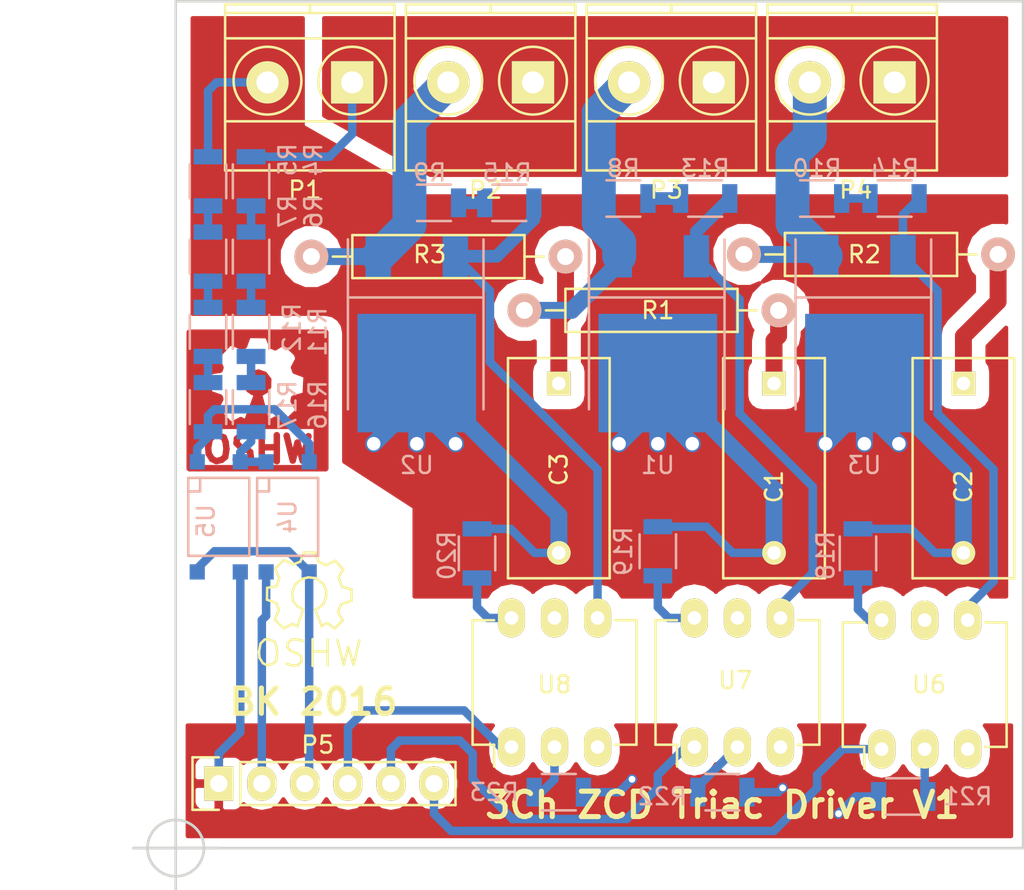
<source format=kicad_pcb>
(kicad_pcb (version 4) (host pcbnew 4.0.2-stable)

  (general
    (links 61)
    (no_connects 0)
    (area 116.924999 69.924999 167.075001 120.075001)
    (thickness 1.6)
    (drawings 11)
    (tracks 189)
    (zones 0)
    (modules 41)
    (nets 35)
  )

  (page A4)
  (layers
    (0 F.Cu signal)
    (31 B.Cu signal)
    (32 B.Adhes user)
    (33 F.Adhes user)
    (34 B.Paste user)
    (35 F.Paste user)
    (36 B.SilkS user)
    (37 F.SilkS user)
    (38 B.Mask user)
    (39 F.Mask user)
    (40 Dwgs.User user)
    (41 Cmts.User user)
    (42 Eco1.User user)
    (43 Eco2.User user)
    (44 Edge.Cuts user)
    (45 Margin user)
    (46 B.CrtYd user)
    (47 F.CrtYd user)
    (48 B.Fab user)
    (49 F.Fab user)
  )

  (setup
    (last_trace_width 0.25)
    (user_trace_width 0.25)
    (user_trace_width 0.5)
    (user_trace_width 0.75)
    (user_trace_width 1)
    (trace_clearance 0.2)
    (zone_clearance 0.8)
    (zone_45_only no)
    (trace_min 0.2)
    (segment_width 0.2)
    (edge_width 0.15)
    (via_size 0.6)
    (via_drill 0.4)
    (via_min_size 0.4)
    (via_min_drill 0.3)
    (user_via 0.4 0.3)
    (user_via 0.5 0.4)
    (user_via 0.8 0.6)
    (user_via 1 0.8)
    (uvia_size 0.3)
    (uvia_drill 0.1)
    (uvias_allowed no)
    (uvia_min_size 0.2)
    (uvia_min_drill 0.1)
    (pcb_text_width 0.3)
    (pcb_text_size 1.5 1.5)
    (mod_edge_width 0.15)
    (mod_text_size 1 1)
    (mod_text_width 0.15)
    (pad_size 1.524 1.524)
    (pad_drill 0.762)
    (pad_to_mask_clearance 0.05)
    (aux_axis_origin 117 120)
    (grid_origin 117 120)
    (visible_elements 7FFEFFFF)
    (pcbplotparams
      (layerselection 0x010f0_80000001)
      (usegerberextensions true)
      (excludeedgelayer true)
      (linewidth 0.100000)
      (plotframeref false)
      (viasonmask false)
      (mode 1)
      (useauxorigin false)
      (hpglpennumber 1)
      (hpglpenspeed 20)
      (hpglpendiameter 15)
      (hpglpenoverlay 2)
      (psnegative false)
      (psa4output false)
      (plotreference true)
      (plotvalue false)
      (plotinvisibletext false)
      (padsonsilk false)
      (subtractmaskfromsilk false)
      (outputformat 1)
      (mirror false)
      (drillshape 0)
      (scaleselection 1)
      (outputdirectory gerber/))
  )

  (net 0 "")
  (net 1 "Net-(C1-Pad1)")
  (net 2 /Hot_In)
  (net 3 "Net-(C2-Pad1)")
  (net 4 "Net-(C3-Pad1)")
  (net 5 /Neu_In)
  (net 6 /PH3_Out)
  (net 7 /PH2_Out)
  (net 8 /PH1_Out)
  (net 9 /PH1_Ctrl)
  (net 10 /PH2_Ctrl)
  (net 11 /PH3_Ctrl)
  (net 12 /VDD_3V3)
  (net 13 /ZCD)
  (net 14 /GND)
  (net 15 "Net-(R4-Pad2)")
  (net 16 "Net-(R5-Pad2)")
  (net 17 "Net-(R11-Pad1)")
  (net 18 "Net-(R12-Pad1)")
  (net 19 "Net-(R13-Pad1)")
  (net 20 "Net-(R15-Pad1)")
  (net 21 "Net-(R10-Pad2)")
  (net 22 "Net-(R11-Pad2)")
  (net 23 "Net-(R12-Pad2)")
  (net 24 /G2_Drv)
  (net 25 /G1_Drv)
  (net 26 /G3_Drv)
  (net 27 "Net-(R16-Pad2)")
  (net 28 "Net-(R17-Pad2)")
  (net 29 "Net-(R18-Pad2)")
  (net 30 "Net-(R19-Pad2)")
  (net 31 "Net-(R20-Pad2)")
  (net 32 "Net-(R21-Pad1)")
  (net 33 "Net-(R22-Pad1)")
  (net 34 "Net-(R23-Pad1)")

  (net_class Default "This is the default net class."
    (clearance 0.2)
    (trace_width 0.25)
    (via_dia 0.6)
    (via_drill 0.4)
    (uvia_dia 0.3)
    (uvia_drill 0.1)
    (add_net /G1_Drv)
    (add_net /G2_Drv)
    (add_net /G3_Drv)
    (add_net /GND)
    (add_net /Hot_In)
    (add_net /Neu_In)
    (add_net /PH1_Ctrl)
    (add_net /PH1_Out)
    (add_net /PH2_Ctrl)
    (add_net /PH2_Out)
    (add_net /PH3_Ctrl)
    (add_net /PH3_Out)
    (add_net /VDD_3V3)
    (add_net /ZCD)
    (add_net "Net-(C1-Pad1)")
    (add_net "Net-(C2-Pad1)")
    (add_net "Net-(C3-Pad1)")
    (add_net "Net-(R10-Pad2)")
    (add_net "Net-(R11-Pad1)")
    (add_net "Net-(R11-Pad2)")
    (add_net "Net-(R12-Pad1)")
    (add_net "Net-(R12-Pad2)")
    (add_net "Net-(R13-Pad1)")
    (add_net "Net-(R15-Pad1)")
    (add_net "Net-(R16-Pad2)")
    (add_net "Net-(R17-Pad2)")
    (add_net "Net-(R18-Pad2)")
    (add_net "Net-(R19-Pad2)")
    (add_net "Net-(R20-Pad2)")
    (add_net "Net-(R21-Pad1)")
    (add_net "Net-(R22-Pad1)")
    (add_net "Net-(R23-Pad1)")
    (add_net "Net-(R4-Pad2)")
    (add_net "Net-(R5-Pad2)")
  )

  (net_class aaa ""
    (clearance 0.2)
    (trace_width 0.75)
    (via_dia 0.6)
    (via_drill 0.4)
    (uvia_dia 0.3)
    (uvia_drill 0.1)
  )

  (net_class aaaa ""
    (clearance 0.2)
    (trace_width 1)
    (via_dia 0.6)
    (via_drill 0.4)
    (uvia_dia 0.3)
    (uvia_drill 0.1)
  )

  (net_class dd ""
    (clearance 0.2)
    (trace_width 0.5)
    (via_dia 0.6)
    (via_drill 0.4)
    (uvia_dia 0.3)
    (uvia_drill 0.1)
  )

  (module .pretty:SOT-428 (layer B.Cu) (tedit 56D9ABE3) (tstamp 56D93B9A)
    (at 145.448 88.504)
    (descr SOT428)
    (path /56D7F5E4)
    (attr smd)
    (fp_text reference U1 (at 0 8.89 180) (layer B.SilkS)
      (effects (font (size 1 1) (thickness 0.15)) (justify mirror))
    )
    (fp_text value TRIAC (at -0.09906 -0.89916) (layer B.Fab)
      (effects (font (size 1 1) (thickness 0.15)) (justify mirror))
    )
    (fp_line (start -4.064 -1.016) (end 3.937 -1.016) (layer B.SilkS) (width 0.15))
    (fp_line (start -4.064 5.588) (end -4.064 -4.445) (layer B.SilkS) (width 0.15))
    (fp_line (start 3.937 5.588) (end 3.937 -4.445) (layer B.SilkS) (width 0.15))
    (pad 1 smd rect (at -2.27584 -3.44932) (size 1.50114 2.49936) (layers B.Cu B.Paste B.Mask)
      (net 7 /PH2_Out))
    (pad 3 smd rect (at 2.27584 -3.44932) (size 1.50114 2.49936) (layers B.Cu B.Paste B.Mask)
      (net 24 /G2_Drv))
    (pad 2 smd rect (at 0 3.44932) (size 7.00024 7.00024) (layers B.Cu B.Paste B.Mask)
      (net 2 /Hot_In))
    (model TO_SOT_Packages_SMD.3dshapes/SOT-428.wrl
      (at (xyz 0 0 0))
      (scale (xyz 1 1 1))
      (rotate (xyz 0 0 0))
    )
  )

  (module Capacitors_ThroughHole:C_Rect_L13_W6_H12_P10 (layer F.Cu) (tedit 56D99C17) (tstamp 56D93ADB)
    (at 152.306 92.568 270)
    (descr "Film Capacitor Length 13mm x Width 6mm x Height 12mm, Pitch 10mm")
    (tags "Kemet R.46 Capacitor")
    (path /56D7FDD2)
    (fp_text reference C1 (at 6.096 0 270) (layer F.SilkS)
      (effects (font (size 1 1) (thickness 0.15)))
    )
    (fp_text value "X2 10n" (at 5.842 1.524 270) (layer F.Fab)
      (effects (font (size 1 1) (thickness 0.15)))
    )
    (fp_line (start -1.75 -3.25) (end 11.75 -3.25) (layer F.CrtYd) (width 0.05))
    (fp_line (start 11.75 -3.25) (end 11.75 3.25) (layer F.CrtYd) (width 0.05))
    (fp_line (start 11.75 3.25) (end -1.75 3.25) (layer F.CrtYd) (width 0.05))
    (fp_line (start -1.75 3.25) (end -1.75 -3.25) (layer F.CrtYd) (width 0.05))
    (fp_line (start -1.5 -3) (end 11.5 -3) (layer F.SilkS) (width 0.15))
    (fp_line (start 11.5 -3) (end 11.5 3) (layer F.SilkS) (width 0.15))
    (fp_line (start 11.5 3) (end -1.5 3) (layer F.SilkS) (width 0.15))
    (fp_line (start -1.5 3) (end -1.5 -3) (layer F.SilkS) (width 0.15))
    (pad 1 thru_hole rect (at 0 0 270) (size 1.4 1.4) (drill 0.8) (layers *.Cu *.Mask F.SilkS)
      (net 1 "Net-(C1-Pad1)"))
    (pad 2 thru_hole circle (at 10 0 270) (size 1.4 1.4) (drill 0.8) (layers *.Cu *.Mask F.SilkS)
      (net 2 /Hot_In))
    (model Capacitors_ThroughHole.3dshapes/C_Rect_L13_W6_H12_P10.wrl
      (at (xyz 0.19685 0 0))
      (scale (xyz 4 4 4))
      (rotate (xyz 0 0 0))
    )
  )

  (module Capacitors_ThroughHole:C_Rect_L13_W6_H12_P10 (layer F.Cu) (tedit 56D99C14) (tstamp 56D93AE1)
    (at 163.482 92.568 270)
    (descr "Film Capacitor Length 13mm x Width 6mm x Height 12mm, Pitch 10mm")
    (tags "Kemet R.46 Capacitor")
    (path /56D7FD1F)
    (fp_text reference C2 (at 6.096 0 270) (layer F.SilkS)
      (effects (font (size 1 1) (thickness 0.15)))
    )
    (fp_text value "X2 10n" (at 6.096 1.524 270) (layer F.Fab)
      (effects (font (size 1 1) (thickness 0.15)))
    )
    (fp_line (start -1.75 -3.25) (end 11.75 -3.25) (layer F.CrtYd) (width 0.05))
    (fp_line (start 11.75 -3.25) (end 11.75 3.25) (layer F.CrtYd) (width 0.05))
    (fp_line (start 11.75 3.25) (end -1.75 3.25) (layer F.CrtYd) (width 0.05))
    (fp_line (start -1.75 3.25) (end -1.75 -3.25) (layer F.CrtYd) (width 0.05))
    (fp_line (start -1.5 -3) (end 11.5 -3) (layer F.SilkS) (width 0.15))
    (fp_line (start 11.5 -3) (end 11.5 3) (layer F.SilkS) (width 0.15))
    (fp_line (start 11.5 3) (end -1.5 3) (layer F.SilkS) (width 0.15))
    (fp_line (start -1.5 3) (end -1.5 -3) (layer F.SilkS) (width 0.15))
    (pad 1 thru_hole rect (at 0 0 270) (size 1.4 1.4) (drill 0.8) (layers *.Cu *.Mask F.SilkS)
      (net 3 "Net-(C2-Pad1)"))
    (pad 2 thru_hole circle (at 10 0 270) (size 1.4 1.4) (drill 0.8) (layers *.Cu *.Mask F.SilkS)
      (net 2 /Hot_In))
    (model Capacitors_ThroughHole.3dshapes/C_Rect_L13_W6_H12_P10.wrl
      (at (xyz 0.19685 0 0))
      (scale (xyz 4 4 4))
      (rotate (xyz 0 0 0))
    )
  )

  (module Capacitors_ThroughHole:C_Rect_L13_W6_H12_P10 (layer F.Cu) (tedit 56D99C1B) (tstamp 56D93AE7)
    (at 139.606 92.568 270)
    (descr "Film Capacitor Length 13mm x Width 6mm x Height 12mm, Pitch 10mm")
    (tags "Kemet R.46 Capacitor")
    (path /56D7FE5D)
    (fp_text reference C3 (at 5.08 0 270) (layer F.SilkS)
      (effects (font (size 1 1) (thickness 0.15)))
    )
    (fp_text value "X2 10n" (at 4.826 1.778 270) (layer F.Fab)
      (effects (font (size 1 1) (thickness 0.15)))
    )
    (fp_line (start -1.75 -3.25) (end 11.75 -3.25) (layer F.CrtYd) (width 0.05))
    (fp_line (start 11.75 -3.25) (end 11.75 3.25) (layer F.CrtYd) (width 0.05))
    (fp_line (start 11.75 3.25) (end -1.75 3.25) (layer F.CrtYd) (width 0.05))
    (fp_line (start -1.75 3.25) (end -1.75 -3.25) (layer F.CrtYd) (width 0.05))
    (fp_line (start -1.5 -3) (end 11.5 -3) (layer F.SilkS) (width 0.15))
    (fp_line (start 11.5 -3) (end 11.5 3) (layer F.SilkS) (width 0.15))
    (fp_line (start 11.5 3) (end -1.5 3) (layer F.SilkS) (width 0.15))
    (fp_line (start -1.5 3) (end -1.5 -3) (layer F.SilkS) (width 0.15))
    (pad 1 thru_hole rect (at 0 0 270) (size 1.4 1.4) (drill 0.8) (layers *.Cu *.Mask F.SilkS)
      (net 4 "Net-(C3-Pad1)"))
    (pad 2 thru_hole circle (at 10 0 270) (size 1.4 1.4) (drill 0.8) (layers *.Cu *.Mask F.SilkS)
      (net 2 /Hot_In))
    (model Capacitors_ThroughHole.3dshapes/C_Rect_L13_W6_H12_P10.wrl
      (at (xyz 0.19685 0 0))
      (scale (xyz 4 4 4))
      (rotate (xyz 0 0 0))
    )
  )

  (module Terminal_Blocks:TerminalBlock_Pheonix_MKDS1.5-2pol (layer F.Cu) (tedit 56D99D09) (tstamp 56D93AED)
    (at 127.414 74.788 180)
    (descr "2-way 5mm pitch terminal block, Phoenix MKDS series")
    (path /56D92EC1)
    (fp_text reference P1 (at 2.794 -6.35 180) (layer F.SilkS)
      (effects (font (size 1 1) (thickness 0.15)))
    )
    (fp_text value Mains_In (at 2.032 -2.794 180) (layer F.Fab)
      (effects (font (size 1 1) (thickness 0.15)))
    )
    (fp_line (start -2.7 -5.4) (end 7.7 -5.4) (layer F.CrtYd) (width 0.05))
    (fp_line (start -2.7 4.8) (end -2.7 -5.4) (layer F.CrtYd) (width 0.05))
    (fp_line (start 7.7 4.8) (end -2.7 4.8) (layer F.CrtYd) (width 0.05))
    (fp_line (start 7.7 -5.4) (end 7.7 4.8) (layer F.CrtYd) (width 0.05))
    (fp_line (start 2.5 4.1) (end 2.5 4.6) (layer F.SilkS) (width 0.15))
    (fp_circle (center 5 0.1) (end 3 0.1) (layer F.SilkS) (width 0.15))
    (fp_circle (center 0 0.1) (end 2 0.1) (layer F.SilkS) (width 0.15))
    (fp_line (start -2.5 2.6) (end 7.5 2.6) (layer F.SilkS) (width 0.15))
    (fp_line (start -2.5 -2.3) (end 7.5 -2.3) (layer F.SilkS) (width 0.15))
    (fp_line (start -2.5 4.1) (end 7.5 4.1) (layer F.SilkS) (width 0.15))
    (fp_line (start -2.5 4.6) (end 7.5 4.6) (layer F.SilkS) (width 0.15))
    (fp_line (start 7.5 4.6) (end 7.5 -5.2) (layer F.SilkS) (width 0.15))
    (fp_line (start 7.5 -5.2) (end -2.5 -5.2) (layer F.SilkS) (width 0.15))
    (fp_line (start -2.5 -5.2) (end -2.5 4.6) (layer F.SilkS) (width 0.15))
    (pad 1 thru_hole rect (at 0 0 180) (size 2.5 2.5) (drill 1.3) (layers *.Cu *.Mask F.SilkS)
      (net 5 /Neu_In))
    (pad 2 thru_hole circle (at 5 0 180) (size 2.5 2.5) (drill 1.3) (layers *.Cu *.Mask F.SilkS)
      (net 2 /Hot_In))
    (model Terminal_Blocks.3dshapes/TerminalBlock_Pheonix_MKDS1.5-2pol.wrl
      (at (xyz 0.0984 0 0))
      (scale (xyz 1 1 1))
      (rotate (xyz 0 0 0))
    )
  )

  (module Terminal_Blocks:TerminalBlock_Pheonix_MKDS1.5-2pol (layer F.Cu) (tedit 56D99D02) (tstamp 56D93AF3)
    (at 138.082 74.788 180)
    (descr "2-way 5mm pitch terminal block, Phoenix MKDS series")
    (path /56D92EC2)
    (fp_text reference P2 (at 2.794 -6.35 180) (layer F.SilkS)
      (effects (font (size 1 1) (thickness 0.15)))
    )
    (fp_text value Load_3 (at 2.286 -3.048 180) (layer F.Fab)
      (effects (font (size 1 1) (thickness 0.15)))
    )
    (fp_line (start -2.7 -5.4) (end 7.7 -5.4) (layer F.CrtYd) (width 0.05))
    (fp_line (start -2.7 4.8) (end -2.7 -5.4) (layer F.CrtYd) (width 0.05))
    (fp_line (start 7.7 4.8) (end -2.7 4.8) (layer F.CrtYd) (width 0.05))
    (fp_line (start 7.7 -5.4) (end 7.7 4.8) (layer F.CrtYd) (width 0.05))
    (fp_line (start 2.5 4.1) (end 2.5 4.6) (layer F.SilkS) (width 0.15))
    (fp_circle (center 5 0.1) (end 3 0.1) (layer F.SilkS) (width 0.15))
    (fp_circle (center 0 0.1) (end 2 0.1) (layer F.SilkS) (width 0.15))
    (fp_line (start -2.5 2.6) (end 7.5 2.6) (layer F.SilkS) (width 0.15))
    (fp_line (start -2.5 -2.3) (end 7.5 -2.3) (layer F.SilkS) (width 0.15))
    (fp_line (start -2.5 4.1) (end 7.5 4.1) (layer F.SilkS) (width 0.15))
    (fp_line (start -2.5 4.6) (end 7.5 4.6) (layer F.SilkS) (width 0.15))
    (fp_line (start 7.5 4.6) (end 7.5 -5.2) (layer F.SilkS) (width 0.15))
    (fp_line (start 7.5 -5.2) (end -2.5 -5.2) (layer F.SilkS) (width 0.15))
    (fp_line (start -2.5 -5.2) (end -2.5 4.6) (layer F.SilkS) (width 0.15))
    (pad 1 thru_hole rect (at 0 0 180) (size 2.5 2.5) (drill 1.3) (layers *.Cu *.Mask F.SilkS)
      (net 5 /Neu_In))
    (pad 2 thru_hole circle (at 5 0 180) (size 2.5 2.5) (drill 1.3) (layers *.Cu *.Mask F.SilkS)
      (net 6 /PH3_Out))
    (model Terminal_Blocks.3dshapes/TerminalBlock_Pheonix_MKDS1.5-2pol.wrl
      (at (xyz 0.0984 0 0))
      (scale (xyz 1 1 1))
      (rotate (xyz 0 0 0))
    )
  )

  (module Terminal_Blocks:TerminalBlock_Pheonix_MKDS1.5-2pol (layer F.Cu) (tedit 56D99CF4) (tstamp 56D93AF9)
    (at 148.75 74.788 180)
    (descr "2-way 5mm pitch terminal block, Phoenix MKDS series")
    (path /56D92EC3)
    (fp_text reference P3 (at 2.794 -6.35 180) (layer F.SilkS)
      (effects (font (size 1 1) (thickness 0.15)))
    )
    (fp_text value Load_2 (at 2.794 -3.048 180) (layer F.Fab)
      (effects (font (size 1 1) (thickness 0.15)))
    )
    (fp_line (start -2.7 -5.4) (end 7.7 -5.4) (layer F.CrtYd) (width 0.05))
    (fp_line (start -2.7 4.8) (end -2.7 -5.4) (layer F.CrtYd) (width 0.05))
    (fp_line (start 7.7 4.8) (end -2.7 4.8) (layer F.CrtYd) (width 0.05))
    (fp_line (start 7.7 -5.4) (end 7.7 4.8) (layer F.CrtYd) (width 0.05))
    (fp_line (start 2.5 4.1) (end 2.5 4.6) (layer F.SilkS) (width 0.15))
    (fp_circle (center 5 0.1) (end 3 0.1) (layer F.SilkS) (width 0.15))
    (fp_circle (center 0 0.1) (end 2 0.1) (layer F.SilkS) (width 0.15))
    (fp_line (start -2.5 2.6) (end 7.5 2.6) (layer F.SilkS) (width 0.15))
    (fp_line (start -2.5 -2.3) (end 7.5 -2.3) (layer F.SilkS) (width 0.15))
    (fp_line (start -2.5 4.1) (end 7.5 4.1) (layer F.SilkS) (width 0.15))
    (fp_line (start -2.5 4.6) (end 7.5 4.6) (layer F.SilkS) (width 0.15))
    (fp_line (start 7.5 4.6) (end 7.5 -5.2) (layer F.SilkS) (width 0.15))
    (fp_line (start 7.5 -5.2) (end -2.5 -5.2) (layer F.SilkS) (width 0.15))
    (fp_line (start -2.5 -5.2) (end -2.5 4.6) (layer F.SilkS) (width 0.15))
    (pad 1 thru_hole rect (at 0 0 180) (size 2.5 2.5) (drill 1.3) (layers *.Cu *.Mask F.SilkS)
      (net 5 /Neu_In))
    (pad 2 thru_hole circle (at 5 0 180) (size 2.5 2.5) (drill 1.3) (layers *.Cu *.Mask F.SilkS)
      (net 7 /PH2_Out))
    (model Terminal_Blocks.3dshapes/TerminalBlock_Pheonix_MKDS1.5-2pol.wrl
      (at (xyz 0.0984 0 0))
      (scale (xyz 1 1 1))
      (rotate (xyz 0 0 0))
    )
  )

  (module Terminal_Blocks:TerminalBlock_Pheonix_MKDS1.5-2pol (layer F.Cu) (tedit 56D99CEC) (tstamp 56D93AFF)
    (at 159.418 74.788 180)
    (descr "2-way 5mm pitch terminal block, Phoenix MKDS series")
    (path /56D92EC4)
    (fp_text reference P4 (at 2.286 -6.35 180) (layer F.SilkS)
      (effects (font (size 1 1) (thickness 0.15)))
    )
    (fp_text value Load_1 (at 2.286 -3.048 180) (layer F.Fab)
      (effects (font (size 1 1) (thickness 0.15)))
    )
    (fp_line (start -2.7 -5.4) (end 7.7 -5.4) (layer F.CrtYd) (width 0.05))
    (fp_line (start -2.7 4.8) (end -2.7 -5.4) (layer F.CrtYd) (width 0.05))
    (fp_line (start 7.7 4.8) (end -2.7 4.8) (layer F.CrtYd) (width 0.05))
    (fp_line (start 7.7 -5.4) (end 7.7 4.8) (layer F.CrtYd) (width 0.05))
    (fp_line (start 2.5 4.1) (end 2.5 4.6) (layer F.SilkS) (width 0.15))
    (fp_circle (center 5 0.1) (end 3 0.1) (layer F.SilkS) (width 0.15))
    (fp_circle (center 0 0.1) (end 2 0.1) (layer F.SilkS) (width 0.15))
    (fp_line (start -2.5 2.6) (end 7.5 2.6) (layer F.SilkS) (width 0.15))
    (fp_line (start -2.5 -2.3) (end 7.5 -2.3) (layer F.SilkS) (width 0.15))
    (fp_line (start -2.5 4.1) (end 7.5 4.1) (layer F.SilkS) (width 0.15))
    (fp_line (start -2.5 4.6) (end 7.5 4.6) (layer F.SilkS) (width 0.15))
    (fp_line (start 7.5 4.6) (end 7.5 -5.2) (layer F.SilkS) (width 0.15))
    (fp_line (start 7.5 -5.2) (end -2.5 -5.2) (layer F.SilkS) (width 0.15))
    (fp_line (start -2.5 -5.2) (end -2.5 4.6) (layer F.SilkS) (width 0.15))
    (pad 1 thru_hole rect (at 0 0 180) (size 2.5 2.5) (drill 1.3) (layers *.Cu *.Mask F.SilkS)
      (net 5 /Neu_In))
    (pad 2 thru_hole circle (at 5 0 180) (size 2.5 2.5) (drill 1.3) (layers *.Cu *.Mask F.SilkS)
      (net 8 /PH1_Out))
    (model Terminal_Blocks.3dshapes/TerminalBlock_Pheonix_MKDS1.5-2pol.wrl
      (at (xyz 0.0984 0 0))
      (scale (xyz 1 1 1))
      (rotate (xyz 0 0 0))
    )
  )

  (module Pin_Headers:Pin_Header_Straight_1x06 (layer F.Cu) (tedit 56D99C26) (tstamp 56D93B09)
    (at 119.54 116.19 90)
    (descr "Through hole pin header")
    (tags "pin header")
    (path /56D92EC5)
    (fp_text reference P5 (at 2.286 5.842 180) (layer F.SilkS)
      (effects (font (size 1 1) (thickness 0.15)))
    )
    (fp_text value CONN_01X06 (at -2.54 6.096 180) (layer F.Fab)
      (effects (font (size 1 1) (thickness 0.15)))
    )
    (fp_line (start -1.75 -1.75) (end -1.75 14.45) (layer F.CrtYd) (width 0.05))
    (fp_line (start 1.75 -1.75) (end 1.75 14.45) (layer F.CrtYd) (width 0.05))
    (fp_line (start -1.75 -1.75) (end 1.75 -1.75) (layer F.CrtYd) (width 0.05))
    (fp_line (start -1.75 14.45) (end 1.75 14.45) (layer F.CrtYd) (width 0.05))
    (fp_line (start 1.27 1.27) (end 1.27 13.97) (layer F.SilkS) (width 0.15))
    (fp_line (start 1.27 13.97) (end -1.27 13.97) (layer F.SilkS) (width 0.15))
    (fp_line (start -1.27 13.97) (end -1.27 1.27) (layer F.SilkS) (width 0.15))
    (fp_line (start 1.55 -1.55) (end 1.55 0) (layer F.SilkS) (width 0.15))
    (fp_line (start 1.27 1.27) (end -1.27 1.27) (layer F.SilkS) (width 0.15))
    (fp_line (start -1.55 0) (end -1.55 -1.55) (layer F.SilkS) (width 0.15))
    (fp_line (start -1.55 -1.55) (end 1.55 -1.55) (layer F.SilkS) (width 0.15))
    (pad 1 thru_hole rect (at 0 0 90) (size 2.032 1.7272) (drill 1.016) (layers *.Cu *.Mask F.SilkS)
      (net 14 /GND))
    (pad 2 thru_hole oval (at 0 2.54 90) (size 2.032 1.7272) (drill 1.016) (layers *.Cu *.Mask F.SilkS)
      (net 12 /VDD_3V3))
    (pad 3 thru_hole oval (at 0 5.08 90) (size 2.032 1.7272) (drill 1.016) (layers *.Cu *.Mask F.SilkS)
      (net 13 /ZCD))
    (pad 4 thru_hole oval (at 0 7.62 90) (size 2.032 1.7272) (drill 1.016) (layers *.Cu *.Mask F.SilkS)
      (net 11 /PH3_Ctrl))
    (pad 5 thru_hole oval (at 0 10.16 90) (size 2.032 1.7272) (drill 1.016) (layers *.Cu *.Mask F.SilkS)
      (net 10 /PH2_Ctrl))
    (pad 6 thru_hole oval (at 0 12.7 90) (size 2.032 1.7272) (drill 1.016) (layers *.Cu *.Mask F.SilkS)
      (net 9 /PH1_Ctrl))
    (model Pin_Headers.3dshapes/Pin_Header_Straight_1x06.wrl
      (at (xyz 0 -0.25 0))
      (scale (xyz 1 1 1))
      (rotate (xyz 0 0 90))
    )
  )

  (module Resistors_ThroughHole:Resistor_Horizontal_RM15mm (layer F.Cu) (tedit 56D99BF9) (tstamp 56D93B0F)
    (at 137.574 88.25)
    (descr "Resistor, Axial, RM 15mm,")
    (tags "Resistor Axial RM 15mm")
    (path /56D7FC05)
    (fp_text reference R1 (at 7.874 0) (layer F.SilkS)
      (effects (font (size 1 1) (thickness 0.15)))
    )
    (fp_text value "39 1W" (at 7.5 4.0005) (layer F.Fab)
      (effects (font (size 1 1) (thickness 0.15)))
    )
    (fp_line (start -1.25 1.5) (end -1.25 -1.5) (layer F.CrtYd) (width 0.05))
    (fp_line (start -1.25 -1.5) (end 16.25 -1.5) (layer F.CrtYd) (width 0.05))
    (fp_line (start 16.25 -1.5) (end 16.25 1.5) (layer F.CrtYd) (width 0.05))
    (fp_line (start 16.25 1.5) (end -1.25 1.5) (layer F.CrtYd) (width 0.05))
    (fp_line (start 2.42 -1.27) (end 2.42 1.27) (layer F.SilkS) (width 0.15))
    (fp_line (start 2.42 1.27) (end 12.58 1.27) (layer F.SilkS) (width 0.15))
    (fp_line (start 12.58 1.27) (end 12.58 -1.27) (layer F.SilkS) (width 0.15))
    (fp_line (start 12.58 -1.27) (end 2.42 -1.27) (layer F.SilkS) (width 0.15))
    (fp_line (start 13.73 0) (end 12.58 0) (layer F.SilkS) (width 0.15))
    (fp_line (start 1.27 0) (end 2.42 0) (layer F.SilkS) (width 0.15))
    (pad 1 thru_hole circle (at 0 0) (size 1.99898 1.99898) (drill 1.00076) (layers *.Cu *.SilkS *.Mask)
      (net 7 /PH2_Out))
    (pad 2 thru_hole circle (at 15 0) (size 1.99898 1.99898) (drill 1.00076) (layers *.Cu *.SilkS *.Mask)
      (net 1 "Net-(C1-Pad1)"))
    (model Resistors_ThroughHole.3dshapes/Resistor_Horizontal_RM15mm.wrl
      (at (xyz 0.295 0 0))
      (scale (xyz 0.395 0.4 0.4))
      (rotate (xyz 0 0 0))
    )
  )

  (module Resistors_ThroughHole:Resistor_Horizontal_RM15mm (layer F.Cu) (tedit 56D99BF0) (tstamp 56D93B15)
    (at 150.528 84.948)
    (descr "Resistor, Axial, RM 15mm,")
    (tags "Resistor Axial RM 15mm")
    (path /56D7FB70)
    (fp_text reference R2 (at 7.112 0) (layer F.SilkS)
      (effects (font (size 1 1) (thickness 0.15)))
    )
    (fp_text value "R39 1W" (at 7.5 4.0005) (layer F.Fab)
      (effects (font (size 1 1) (thickness 0.15)))
    )
    (fp_line (start -1.25 1.5) (end -1.25 -1.5) (layer F.CrtYd) (width 0.05))
    (fp_line (start -1.25 -1.5) (end 16.25 -1.5) (layer F.CrtYd) (width 0.05))
    (fp_line (start 16.25 -1.5) (end 16.25 1.5) (layer F.CrtYd) (width 0.05))
    (fp_line (start 16.25 1.5) (end -1.25 1.5) (layer F.CrtYd) (width 0.05))
    (fp_line (start 2.42 -1.27) (end 2.42 1.27) (layer F.SilkS) (width 0.15))
    (fp_line (start 2.42 1.27) (end 12.58 1.27) (layer F.SilkS) (width 0.15))
    (fp_line (start 12.58 1.27) (end 12.58 -1.27) (layer F.SilkS) (width 0.15))
    (fp_line (start 12.58 -1.27) (end 2.42 -1.27) (layer F.SilkS) (width 0.15))
    (fp_line (start 13.73 0) (end 12.58 0) (layer F.SilkS) (width 0.15))
    (fp_line (start 1.27 0) (end 2.42 0) (layer F.SilkS) (width 0.15))
    (pad 1 thru_hole circle (at 0 0) (size 1.99898 1.99898) (drill 1.00076) (layers *.Cu *.SilkS *.Mask)
      (net 8 /PH1_Out))
    (pad 2 thru_hole circle (at 15 0) (size 1.99898 1.99898) (drill 1.00076) (layers *.Cu *.SilkS *.Mask)
      (net 3 "Net-(C2-Pad1)"))
    (model Resistors_ThroughHole.3dshapes/Resistor_Horizontal_RM15mm.wrl
      (at (xyz 0.295 0 0))
      (scale (xyz 0.395 0.4 0.4))
      (rotate (xyz 0 0 0))
    )
  )

  (module Resistors_ThroughHole:Resistor_Horizontal_RM15mm (layer F.Cu) (tedit 56D99C04) (tstamp 56D93B1B)
    (at 125.001 85.075)
    (descr "Resistor, Axial, RM 15mm,")
    (tags "Resistor Axial RM 15mm")
    (path /56D7FC88)
    (fp_text reference R3 (at 6.985 -0.127) (layer F.SilkS)
      (effects (font (size 1 1) (thickness 0.15)))
    )
    (fp_text value "39 1W" (at 7.5 4.0005) (layer F.Fab)
      (effects (font (size 1 1) (thickness 0.15)))
    )
    (fp_line (start -1.25 1.5) (end -1.25 -1.5) (layer F.CrtYd) (width 0.05))
    (fp_line (start -1.25 -1.5) (end 16.25 -1.5) (layer F.CrtYd) (width 0.05))
    (fp_line (start 16.25 -1.5) (end 16.25 1.5) (layer F.CrtYd) (width 0.05))
    (fp_line (start 16.25 1.5) (end -1.25 1.5) (layer F.CrtYd) (width 0.05))
    (fp_line (start 2.42 -1.27) (end 2.42 1.27) (layer F.SilkS) (width 0.15))
    (fp_line (start 2.42 1.27) (end 12.58 1.27) (layer F.SilkS) (width 0.15))
    (fp_line (start 12.58 1.27) (end 12.58 -1.27) (layer F.SilkS) (width 0.15))
    (fp_line (start 12.58 -1.27) (end 2.42 -1.27) (layer F.SilkS) (width 0.15))
    (fp_line (start 13.73 0) (end 12.58 0) (layer F.SilkS) (width 0.15))
    (fp_line (start 1.27 0) (end 2.42 0) (layer F.SilkS) (width 0.15))
    (pad 1 thru_hole circle (at 0 0) (size 1.99898 1.99898) (drill 1.00076) (layers *.Cu *.SilkS *.Mask)
      (net 6 /PH3_Out))
    (pad 2 thru_hole circle (at 15 0) (size 1.99898 1.99898) (drill 1.00076) (layers *.Cu *.SilkS *.Mask)
      (net 4 "Net-(C3-Pad1)"))
    (model Resistors_ThroughHole.3dshapes/Resistor_Horizontal_RM15mm.wrl
      (at (xyz 0.295 0 0))
      (scale (xyz 0.395 0.4 0.4))
      (rotate (xyz 0 0 0))
    )
  )

  (module Resistors_SMD:R_1206 (layer B.Cu) (tedit 56D99C92) (tstamp 56D93B21)
    (at 121.445 80.63 270)
    (descr "Resistor SMD 1206, reflow soldering, Vishay (see dcrcw.pdf)")
    (tags "resistor 1206")
    (path /56D92EAA)
    (attr smd)
    (fp_text reference R4 (at -1.27 -3.683 450) (layer B.SilkS)
      (effects (font (size 1 1) (thickness 0.15)) (justify mirror))
    )
    (fp_text value 7.5K (at 0 -2.3 270) (layer B.Fab)
      (effects (font (size 1 1) (thickness 0.15)) (justify mirror))
    )
    (fp_line (start -2.2 1.2) (end 2.2 1.2) (layer B.CrtYd) (width 0.05))
    (fp_line (start -2.2 -1.2) (end 2.2 -1.2) (layer B.CrtYd) (width 0.05))
    (fp_line (start -2.2 1.2) (end -2.2 -1.2) (layer B.CrtYd) (width 0.05))
    (fp_line (start 2.2 1.2) (end 2.2 -1.2) (layer B.CrtYd) (width 0.05))
    (fp_line (start 1 -1.075) (end -1 -1.075) (layer B.SilkS) (width 0.15))
    (fp_line (start -1 1.075) (end 1 1.075) (layer B.SilkS) (width 0.15))
    (pad 1 smd rect (at -1.45 0 270) (size 0.9 1.7) (layers B.Cu B.Paste B.Mask)
      (net 5 /Neu_In))
    (pad 2 smd rect (at 1.45 0 270) (size 0.9 1.7) (layers B.Cu B.Paste B.Mask)
      (net 15 "Net-(R4-Pad2)"))
    (model Resistors_SMD.3dshapes/R_1206.wrl
      (at (xyz 0 0 0))
      (scale (xyz 1 1 1))
      (rotate (xyz 0 0 0))
    )
  )

  (module Resistors_SMD:R_1206 (layer B.Cu) (tedit 56D99C97) (tstamp 56D93B27)
    (at 118.905 80.63 270)
    (descr "Resistor SMD 1206, reflow soldering, Vishay (see dcrcw.pdf)")
    (tags "resistor 1206")
    (path /56D92EAB)
    (attr smd)
    (fp_text reference R5 (at -1.27 -4.699 450) (layer B.SilkS)
      (effects (font (size 1 1) (thickness 0.15)) (justify mirror))
    )
    (fp_text value 7.5K (at 0 -2.3 270) (layer B.Fab)
      (effects (font (size 1 1) (thickness 0.15)) (justify mirror))
    )
    (fp_line (start -2.2 1.2) (end 2.2 1.2) (layer B.CrtYd) (width 0.05))
    (fp_line (start -2.2 -1.2) (end 2.2 -1.2) (layer B.CrtYd) (width 0.05))
    (fp_line (start -2.2 1.2) (end -2.2 -1.2) (layer B.CrtYd) (width 0.05))
    (fp_line (start 2.2 1.2) (end 2.2 -1.2) (layer B.CrtYd) (width 0.05))
    (fp_line (start 1 -1.075) (end -1 -1.075) (layer B.SilkS) (width 0.15))
    (fp_line (start -1 1.075) (end 1 1.075) (layer B.SilkS) (width 0.15))
    (pad 1 smd rect (at -1.45 0 270) (size 0.9 1.7) (layers B.Cu B.Paste B.Mask)
      (net 2 /Hot_In))
    (pad 2 smd rect (at 1.45 0 270) (size 0.9 1.7) (layers B.Cu B.Paste B.Mask)
      (net 16 "Net-(R5-Pad2)"))
    (model Resistors_SMD.3dshapes/R_1206.wrl
      (at (xyz 0 0 0))
      (scale (xyz 1 1 1))
      (rotate (xyz 0 0 0))
    )
  )

  (module Resistors_SMD:R_1206 (layer B.Cu) (tedit 56D99CA0) (tstamp 56D93B2D)
    (at 121.445 85.075 270)
    (descr "Resistor SMD 1206, reflow soldering, Vishay (see dcrcw.pdf)")
    (tags "resistor 1206")
    (path /56D92EA6)
    (attr smd)
    (fp_text reference R6 (at -2.667 -3.683 450) (layer B.SilkS)
      (effects (font (size 1 1) (thickness 0.15)) (justify mirror))
    )
    (fp_text value 7.5K (at 0 -2.3 270) (layer B.Fab)
      (effects (font (size 1 1) (thickness 0.15)) (justify mirror))
    )
    (fp_line (start -2.2 1.2) (end 2.2 1.2) (layer B.CrtYd) (width 0.05))
    (fp_line (start -2.2 -1.2) (end 2.2 -1.2) (layer B.CrtYd) (width 0.05))
    (fp_line (start -2.2 1.2) (end -2.2 -1.2) (layer B.CrtYd) (width 0.05))
    (fp_line (start 2.2 1.2) (end 2.2 -1.2) (layer B.CrtYd) (width 0.05))
    (fp_line (start 1 -1.075) (end -1 -1.075) (layer B.SilkS) (width 0.15))
    (fp_line (start -1 1.075) (end 1 1.075) (layer B.SilkS) (width 0.15))
    (pad 1 smd rect (at -1.45 0 270) (size 0.9 1.7) (layers B.Cu B.Paste B.Mask)
      (net 15 "Net-(R4-Pad2)"))
    (pad 2 smd rect (at 1.45 0 270) (size 0.9 1.7) (layers B.Cu B.Paste B.Mask)
      (net 17 "Net-(R11-Pad1)"))
    (model Resistors_SMD.3dshapes/R_1206.wrl
      (at (xyz 0 0 0))
      (scale (xyz 1 1 1))
      (rotate (xyz 0 0 0))
    )
  )

  (module Resistors_SMD:R_1206 (layer B.Cu) (tedit 56D99CA6) (tstamp 56D93B33)
    (at 118.905 85.075 270)
    (descr "Resistor SMD 1206, reflow soldering, Vishay (see dcrcw.pdf)")
    (tags "resistor 1206")
    (path /56D92EA9)
    (attr smd)
    (fp_text reference R7 (at -2.667 -4.699 450) (layer B.SilkS)
      (effects (font (size 1 1) (thickness 0.15)) (justify mirror))
    )
    (fp_text value 7.5K (at 0 -2.3 270) (layer B.Fab)
      (effects (font (size 1 1) (thickness 0.15)) (justify mirror))
    )
    (fp_line (start -2.2 1.2) (end 2.2 1.2) (layer B.CrtYd) (width 0.05))
    (fp_line (start -2.2 -1.2) (end 2.2 -1.2) (layer B.CrtYd) (width 0.05))
    (fp_line (start -2.2 1.2) (end -2.2 -1.2) (layer B.CrtYd) (width 0.05))
    (fp_line (start 2.2 1.2) (end 2.2 -1.2) (layer B.CrtYd) (width 0.05))
    (fp_line (start 1 -1.075) (end -1 -1.075) (layer B.SilkS) (width 0.15))
    (fp_line (start -1 1.075) (end 1 1.075) (layer B.SilkS) (width 0.15))
    (pad 1 smd rect (at -1.45 0 270) (size 0.9 1.7) (layers B.Cu B.Paste B.Mask)
      (net 16 "Net-(R5-Pad2)"))
    (pad 2 smd rect (at 1.45 0 270) (size 0.9 1.7) (layers B.Cu B.Paste B.Mask)
      (net 18 "Net-(R12-Pad1)"))
    (model Resistors_SMD.3dshapes/R_1206.wrl
      (at (xyz 0 0 0))
      (scale (xyz 1 1 1))
      (rotate (xyz 0 0 0))
    )
  )

  (module Resistors_SMD:R_1206 (layer B.Cu) (tedit 56D99CC6) (tstamp 56D93B39)
    (at 143.416 81.646)
    (descr "Resistor SMD 1206, reflow soldering, Vishay (see dcrcw.pdf)")
    (tags "resistor 1206")
    (path /56D92EB9)
    (attr smd)
    (fp_text reference R8 (at 0 -1.778 180) (layer B.SilkS)
      (effects (font (size 1 1) (thickness 0.15)) (justify mirror))
    )
    (fp_text value 180 (at 0 -2.3) (layer B.Fab)
      (effects (font (size 1 1) (thickness 0.15)) (justify mirror))
    )
    (fp_line (start -2.2 1.2) (end 2.2 1.2) (layer B.CrtYd) (width 0.05))
    (fp_line (start -2.2 -1.2) (end 2.2 -1.2) (layer B.CrtYd) (width 0.05))
    (fp_line (start -2.2 1.2) (end -2.2 -1.2) (layer B.CrtYd) (width 0.05))
    (fp_line (start 2.2 1.2) (end 2.2 -1.2) (layer B.CrtYd) (width 0.05))
    (fp_line (start 1 -1.075) (end -1 -1.075) (layer B.SilkS) (width 0.15))
    (fp_line (start -1 1.075) (end 1 1.075) (layer B.SilkS) (width 0.15))
    (pad 1 smd rect (at -1.45 0) (size 0.9 1.7) (layers B.Cu B.Paste B.Mask)
      (net 7 /PH2_Out))
    (pad 2 smd rect (at 1.45 0) (size 0.9 1.7) (layers B.Cu B.Paste B.Mask)
      (net 19 "Net-(R13-Pad1)"))
    (model Resistors_SMD.3dshapes/R_1206.wrl
      (at (xyz 0 0 0))
      (scale (xyz 1 1 1))
      (rotate (xyz 0 0 0))
    )
  )

  (module Resistors_SMD:R_1206 (layer B.Cu) (tedit 56D99CB7) (tstamp 56D93B3F)
    (at 132.24 81.9)
    (descr "Resistor SMD 1206, reflow soldering, Vishay (see dcrcw.pdf)")
    (tags "resistor 1206")
    (path /56D92EBA)
    (attr smd)
    (fp_text reference R9 (at -0.254 -1.778 180) (layer B.SilkS)
      (effects (font (size 1 1) (thickness 0.15)) (justify mirror))
    )
    (fp_text value 180 (at 0 -2.3) (layer B.Fab)
      (effects (font (size 1 1) (thickness 0.15)) (justify mirror))
    )
    (fp_line (start -2.2 1.2) (end 2.2 1.2) (layer B.CrtYd) (width 0.05))
    (fp_line (start -2.2 -1.2) (end 2.2 -1.2) (layer B.CrtYd) (width 0.05))
    (fp_line (start -2.2 1.2) (end -2.2 -1.2) (layer B.CrtYd) (width 0.05))
    (fp_line (start 2.2 1.2) (end 2.2 -1.2) (layer B.CrtYd) (width 0.05))
    (fp_line (start 1 -1.075) (end -1 -1.075) (layer B.SilkS) (width 0.15))
    (fp_line (start -1 1.075) (end 1 1.075) (layer B.SilkS) (width 0.15))
    (pad 1 smd rect (at -1.45 0) (size 0.9 1.7) (layers B.Cu B.Paste B.Mask)
      (net 6 /PH3_Out))
    (pad 2 smd rect (at 1.45 0) (size 0.9 1.7) (layers B.Cu B.Paste B.Mask)
      (net 20 "Net-(R15-Pad1)"))
    (model Resistors_SMD.3dshapes/R_1206.wrl
      (at (xyz 0 0 0))
      (scale (xyz 1 1 1))
      (rotate (xyz 0 0 0))
    )
  )

  (module Resistors_SMD:R_1206 (layer B.Cu) (tedit 56D99CD5) (tstamp 56D93B45)
    (at 154.846 81.646)
    (descr "Resistor SMD 1206, reflow soldering, Vishay (see dcrcw.pdf)")
    (tags "resistor 1206")
    (path /56D92EB8)
    (attr smd)
    (fp_text reference R10 (at 0 -1.778 180) (layer B.SilkS)
      (effects (font (size 1 1) (thickness 0.15)) (justify mirror))
    )
    (fp_text value 180 (at 0 -2.3) (layer B.Fab)
      (effects (font (size 1 1) (thickness 0.15)) (justify mirror))
    )
    (fp_line (start -2.2 1.2) (end 2.2 1.2) (layer B.CrtYd) (width 0.05))
    (fp_line (start -2.2 -1.2) (end 2.2 -1.2) (layer B.CrtYd) (width 0.05))
    (fp_line (start -2.2 1.2) (end -2.2 -1.2) (layer B.CrtYd) (width 0.05))
    (fp_line (start 2.2 1.2) (end 2.2 -1.2) (layer B.CrtYd) (width 0.05))
    (fp_line (start 1 -1.075) (end -1 -1.075) (layer B.SilkS) (width 0.15))
    (fp_line (start -1 1.075) (end 1 1.075) (layer B.SilkS) (width 0.15))
    (pad 1 smd rect (at -1.45 0) (size 0.9 1.7) (layers B.Cu B.Paste B.Mask)
      (net 8 /PH1_Out))
    (pad 2 smd rect (at 1.45 0) (size 0.9 1.7) (layers B.Cu B.Paste B.Mask)
      (net 21 "Net-(R10-Pad2)"))
    (model Resistors_SMD.3dshapes/R_1206.wrl
      (at (xyz 0 0 0))
      (scale (xyz 1 1 1))
      (rotate (xyz 0 0 0))
    )
  )

  (module Resistors_SMD:R_1206 (layer B.Cu) (tedit 56D99C75) (tstamp 56D93B4B)
    (at 121.445 89.52 270)
    (descr "Resistor SMD 1206, reflow soldering, Vishay (see dcrcw.pdf)")
    (tags "resistor 1206")
    (path /56D92EA5)
    (attr smd)
    (fp_text reference R11 (at 0 -3.937 450) (layer B.SilkS)
      (effects (font (size 1 1) (thickness 0.15)) (justify mirror))
    )
    (fp_text value 7.5K (at 0 -2.3 270) (layer B.Fab)
      (effects (font (size 1 1) (thickness 0.15)) (justify mirror))
    )
    (fp_line (start -2.2 1.2) (end 2.2 1.2) (layer B.CrtYd) (width 0.05))
    (fp_line (start -2.2 -1.2) (end 2.2 -1.2) (layer B.CrtYd) (width 0.05))
    (fp_line (start -2.2 1.2) (end -2.2 -1.2) (layer B.CrtYd) (width 0.05))
    (fp_line (start 2.2 1.2) (end 2.2 -1.2) (layer B.CrtYd) (width 0.05))
    (fp_line (start 1 -1.075) (end -1 -1.075) (layer B.SilkS) (width 0.15))
    (fp_line (start -1 1.075) (end 1 1.075) (layer B.SilkS) (width 0.15))
    (pad 1 smd rect (at -1.45 0 270) (size 0.9 1.7) (layers B.Cu B.Paste B.Mask)
      (net 17 "Net-(R11-Pad1)"))
    (pad 2 smd rect (at 1.45 0 270) (size 0.9 1.7) (layers B.Cu B.Paste B.Mask)
      (net 22 "Net-(R11-Pad2)"))
    (model Resistors_SMD.3dshapes/R_1206.wrl
      (at (xyz 0 0 0))
      (scale (xyz 1 1 1))
      (rotate (xyz 0 0 0))
    )
  )

  (module Resistors_SMD:R_1206 (layer B.Cu) (tedit 56D99C7A) (tstamp 56D93B51)
    (at 118.905 89.52 270)
    (descr "Resistor SMD 1206, reflow soldering, Vishay (see dcrcw.pdf)")
    (tags "resistor 1206")
    (path /56D92EA8)
    (attr smd)
    (fp_text reference R12 (at -0.254 -4.953 450) (layer B.SilkS)
      (effects (font (size 1 1) (thickness 0.15)) (justify mirror))
    )
    (fp_text value 7.5K (at 0 -2.3 270) (layer B.Fab)
      (effects (font (size 1 1) (thickness 0.15)) (justify mirror))
    )
    (fp_line (start -2.2 1.2) (end 2.2 1.2) (layer B.CrtYd) (width 0.05))
    (fp_line (start -2.2 -1.2) (end 2.2 -1.2) (layer B.CrtYd) (width 0.05))
    (fp_line (start -2.2 1.2) (end -2.2 -1.2) (layer B.CrtYd) (width 0.05))
    (fp_line (start 2.2 1.2) (end 2.2 -1.2) (layer B.CrtYd) (width 0.05))
    (fp_line (start 1 -1.075) (end -1 -1.075) (layer B.SilkS) (width 0.15))
    (fp_line (start -1 1.075) (end 1 1.075) (layer B.SilkS) (width 0.15))
    (pad 1 smd rect (at -1.45 0 270) (size 0.9 1.7) (layers B.Cu B.Paste B.Mask)
      (net 18 "Net-(R12-Pad1)"))
    (pad 2 smd rect (at 1.45 0 270) (size 0.9 1.7) (layers B.Cu B.Paste B.Mask)
      (net 23 "Net-(R12-Pad2)"))
    (model Resistors_SMD.3dshapes/R_1206.wrl
      (at (xyz 0 0 0))
      (scale (xyz 1 1 1))
      (rotate (xyz 0 0 0))
    )
  )

  (module Resistors_SMD:R_1206 (layer B.Cu) (tedit 56D99CCC) (tstamp 56D93B57)
    (at 148.242 81.646)
    (descr "Resistor SMD 1206, reflow soldering, Vishay (see dcrcw.pdf)")
    (tags "resistor 1206")
    (path /56D92EBF)
    (attr smd)
    (fp_text reference R13 (at 0 -1.778 180) (layer B.SilkS)
      (effects (font (size 1 1) (thickness 0.15)) (justify mirror))
    )
    (fp_text value 180 (at 0 -2.3) (layer B.Fab)
      (effects (font (size 1 1) (thickness 0.15)) (justify mirror))
    )
    (fp_line (start -2.2 1.2) (end 2.2 1.2) (layer B.CrtYd) (width 0.05))
    (fp_line (start -2.2 -1.2) (end 2.2 -1.2) (layer B.CrtYd) (width 0.05))
    (fp_line (start -2.2 1.2) (end -2.2 -1.2) (layer B.CrtYd) (width 0.05))
    (fp_line (start 2.2 1.2) (end 2.2 -1.2) (layer B.CrtYd) (width 0.05))
    (fp_line (start 1 -1.075) (end -1 -1.075) (layer B.SilkS) (width 0.15))
    (fp_line (start -1 1.075) (end 1 1.075) (layer B.SilkS) (width 0.15))
    (pad 1 smd rect (at -1.45 0) (size 0.9 1.7) (layers B.Cu B.Paste B.Mask)
      (net 19 "Net-(R13-Pad1)"))
    (pad 2 smd rect (at 1.45 0) (size 0.9 1.7) (layers B.Cu B.Paste B.Mask)
      (net 24 /G2_Drv))
    (model Resistors_SMD.3dshapes/R_1206.wrl
      (at (xyz 0 0 0))
      (scale (xyz 1 1 1))
      (rotate (xyz 0 0 0))
    )
  )

  (module Resistors_SMD:R_1206 (layer B.Cu) (tedit 56D99CDA) (tstamp 56D93B5D)
    (at 159.418 81.646)
    (descr "Resistor SMD 1206, reflow soldering, Vishay (see dcrcw.pdf)")
    (tags "resistor 1206")
    (path /56D92EBE)
    (attr smd)
    (fp_text reference R14 (at 0 -1.778 180) (layer B.SilkS)
      (effects (font (size 1 1) (thickness 0.15)) (justify mirror))
    )
    (fp_text value 180 (at 0 -2.3) (layer B.Fab)
      (effects (font (size 1 1) (thickness 0.15)) (justify mirror))
    )
    (fp_line (start -2.2 1.2) (end 2.2 1.2) (layer B.CrtYd) (width 0.05))
    (fp_line (start -2.2 -1.2) (end 2.2 -1.2) (layer B.CrtYd) (width 0.05))
    (fp_line (start -2.2 1.2) (end -2.2 -1.2) (layer B.CrtYd) (width 0.05))
    (fp_line (start 2.2 1.2) (end 2.2 -1.2) (layer B.CrtYd) (width 0.05))
    (fp_line (start 1 -1.075) (end -1 -1.075) (layer B.SilkS) (width 0.15))
    (fp_line (start -1 1.075) (end 1 1.075) (layer B.SilkS) (width 0.15))
    (pad 1 smd rect (at -1.45 0) (size 0.9 1.7) (layers B.Cu B.Paste B.Mask)
      (net 21 "Net-(R10-Pad2)"))
    (pad 2 smd rect (at 1.45 0) (size 0.9 1.7) (layers B.Cu B.Paste B.Mask)
      (net 25 /G1_Drv))
    (model Resistors_SMD.3dshapes/R_1206.wrl
      (at (xyz 0 0 0))
      (scale (xyz 1 1 1))
      (rotate (xyz 0 0 0))
    )
  )

  (module Resistors_SMD:R_1206 (layer B.Cu) (tedit 56D99CBD) (tstamp 56D93B63)
    (at 136.685 81.9)
    (descr "Resistor SMD 1206, reflow soldering, Vishay (see dcrcw.pdf)")
    (tags "resistor 1206")
    (path /56D92EC0)
    (attr smd)
    (fp_text reference R15 (at -0.127 -1.778 180) (layer B.SilkS)
      (effects (font (size 1 1) (thickness 0.15)) (justify mirror))
    )
    (fp_text value 180 (at 0.127 -2.286) (layer B.Fab)
      (effects (font (size 1 1) (thickness 0.15)) (justify mirror))
    )
    (fp_line (start -2.2 1.2) (end 2.2 1.2) (layer B.CrtYd) (width 0.05))
    (fp_line (start -2.2 -1.2) (end 2.2 -1.2) (layer B.CrtYd) (width 0.05))
    (fp_line (start -2.2 1.2) (end -2.2 -1.2) (layer B.CrtYd) (width 0.05))
    (fp_line (start 2.2 1.2) (end 2.2 -1.2) (layer B.CrtYd) (width 0.05))
    (fp_line (start 1 -1.075) (end -1 -1.075) (layer B.SilkS) (width 0.15))
    (fp_line (start -1 1.075) (end 1 1.075) (layer B.SilkS) (width 0.15))
    (pad 1 smd rect (at -1.45 0) (size 0.9 1.7) (layers B.Cu B.Paste B.Mask)
      (net 20 "Net-(R15-Pad1)"))
    (pad 2 smd rect (at 1.45 0) (size 0.9 1.7) (layers B.Cu B.Paste B.Mask)
      (net 26 /G3_Drv))
    (model Resistors_SMD.3dshapes/R_1206.wrl
      (at (xyz 0 0 0))
      (scale (xyz 1 1 1))
      (rotate (xyz 0 0 0))
    )
  )

  (module Resistors_SMD:R_1206 (layer B.Cu) (tedit 56D99C60) (tstamp 56D93B69)
    (at 121.445 93.965 270)
    (descr "Resistor SMD 1206, reflow soldering, Vishay (see dcrcw.pdf)")
    (tags "resistor 1206")
    (path /56D92EA4)
    (attr smd)
    (fp_text reference R16 (at -0.127 -3.937 450) (layer B.SilkS)
      (effects (font (size 1 1) (thickness 0.15)) (justify mirror))
    )
    (fp_text value 7.5K (at 0 -2.3 270) (layer B.Fab)
      (effects (font (size 1 1) (thickness 0.15)) (justify mirror))
    )
    (fp_line (start -2.2 1.2) (end 2.2 1.2) (layer B.CrtYd) (width 0.05))
    (fp_line (start -2.2 -1.2) (end 2.2 -1.2) (layer B.CrtYd) (width 0.05))
    (fp_line (start -2.2 1.2) (end -2.2 -1.2) (layer B.CrtYd) (width 0.05))
    (fp_line (start 2.2 1.2) (end 2.2 -1.2) (layer B.CrtYd) (width 0.05))
    (fp_line (start 1 -1.075) (end -1 -1.075) (layer B.SilkS) (width 0.15))
    (fp_line (start -1 1.075) (end 1 1.075) (layer B.SilkS) (width 0.15))
    (pad 1 smd rect (at -1.45 0 270) (size 0.9 1.7) (layers B.Cu B.Paste B.Mask)
      (net 22 "Net-(R11-Pad2)"))
    (pad 2 smd rect (at 1.45 0 270) (size 0.9 1.7) (layers B.Cu B.Paste B.Mask)
      (net 27 "Net-(R16-Pad2)"))
    (model Resistors_SMD.3dshapes/R_1206.wrl
      (at (xyz 0 0 0))
      (scale (xyz 1 1 1))
      (rotate (xyz 0 0 0))
    )
  )

  (module Resistors_SMD:R_1206 (layer B.Cu) (tedit 56D99C66) (tstamp 56D93B6F)
    (at 118.905 93.965 270)
    (descr "Resistor SMD 1206, reflow soldering, Vishay (see dcrcw.pdf)")
    (tags "resistor 1206")
    (path /56D92EA7)
    (attr smd)
    (fp_text reference R17 (at -0.127 -4.699 450) (layer B.SilkS)
      (effects (font (size 1 1) (thickness 0.15)) (justify mirror))
    )
    (fp_text value 7.5K (at 0 -2.3 270) (layer B.Fab)
      (effects (font (size 1 1) (thickness 0.15)) (justify mirror))
    )
    (fp_line (start -2.2 1.2) (end 2.2 1.2) (layer B.CrtYd) (width 0.05))
    (fp_line (start -2.2 -1.2) (end 2.2 -1.2) (layer B.CrtYd) (width 0.05))
    (fp_line (start -2.2 1.2) (end -2.2 -1.2) (layer B.CrtYd) (width 0.05))
    (fp_line (start 2.2 1.2) (end 2.2 -1.2) (layer B.CrtYd) (width 0.05))
    (fp_line (start 1 -1.075) (end -1 -1.075) (layer B.SilkS) (width 0.15))
    (fp_line (start -1 1.075) (end 1 1.075) (layer B.SilkS) (width 0.15))
    (pad 1 smd rect (at -1.45 0 270) (size 0.9 1.7) (layers B.Cu B.Paste B.Mask)
      (net 23 "Net-(R12-Pad2)"))
    (pad 2 smd rect (at 1.45 0 270) (size 0.9 1.7) (layers B.Cu B.Paste B.Mask)
      (net 28 "Net-(R17-Pad2)"))
    (model Resistors_SMD.3dshapes/R_1206.wrl
      (at (xyz 0 0 0))
      (scale (xyz 1 1 1))
      (rotate (xyz 0 0 0))
    )
  )

  (module Resistors_SMD:R_1206 (layer B.Cu) (tedit 56D99C37) (tstamp 56D93B75)
    (at 157.259 102.601 270)
    (descr "Resistor SMD 1206, reflow soldering, Vishay (see dcrcw.pdf)")
    (tags "resistor 1206")
    (path /56D92EBB)
    (attr smd)
    (fp_text reference R18 (at 0.127 1.905 270) (layer B.SilkS)
      (effects (font (size 1 1) (thickness 0.15)) (justify mirror))
    )
    (fp_text value 360 (at -3.937 -1.397 270) (layer B.Fab)
      (effects (font (size 1 1) (thickness 0.15)) (justify mirror))
    )
    (fp_line (start -2.2 1.2) (end 2.2 1.2) (layer B.CrtYd) (width 0.05))
    (fp_line (start -2.2 -1.2) (end 2.2 -1.2) (layer B.CrtYd) (width 0.05))
    (fp_line (start -2.2 1.2) (end -2.2 -1.2) (layer B.CrtYd) (width 0.05))
    (fp_line (start 2.2 1.2) (end 2.2 -1.2) (layer B.CrtYd) (width 0.05))
    (fp_line (start 1 -1.075) (end -1 -1.075) (layer B.SilkS) (width 0.15))
    (fp_line (start -1 1.075) (end 1 1.075) (layer B.SilkS) (width 0.15))
    (pad 1 smd rect (at -1.45 0 270) (size 0.9 1.7) (layers B.Cu B.Paste B.Mask)
      (net 2 /Hot_In))
    (pad 2 smd rect (at 1.45 0 270) (size 0.9 1.7) (layers B.Cu B.Paste B.Mask)
      (net 29 "Net-(R18-Pad2)"))
    (model Resistors_SMD.3dshapes/R_1206.wrl
      (at (xyz 0 0 0))
      (scale (xyz 1 1 1))
      (rotate (xyz 0 0 0))
    )
  )

  (module Resistors_SMD:R_1206 (layer B.Cu) (tedit 56D99C34) (tstamp 56D93B7B)
    (at 145.448 102.474 270)
    (descr "Resistor SMD 1206, reflow soldering, Vishay (see dcrcw.pdf)")
    (tags "resistor 1206")
    (path /56D92EBC)
    (attr smd)
    (fp_text reference R19 (at 0 2.032 270) (layer B.SilkS)
      (effects (font (size 1 1) (thickness 0.15)) (justify mirror))
    )
    (fp_text value 360 (at -4.064 -1.778 270) (layer B.Fab)
      (effects (font (size 1 1) (thickness 0.15)) (justify mirror))
    )
    (fp_line (start -2.2 1.2) (end 2.2 1.2) (layer B.CrtYd) (width 0.05))
    (fp_line (start -2.2 -1.2) (end 2.2 -1.2) (layer B.CrtYd) (width 0.05))
    (fp_line (start -2.2 1.2) (end -2.2 -1.2) (layer B.CrtYd) (width 0.05))
    (fp_line (start 2.2 1.2) (end 2.2 -1.2) (layer B.CrtYd) (width 0.05))
    (fp_line (start 1 -1.075) (end -1 -1.075) (layer B.SilkS) (width 0.15))
    (fp_line (start -1 1.075) (end 1 1.075) (layer B.SilkS) (width 0.15))
    (pad 1 smd rect (at -1.45 0 270) (size 0.9 1.7) (layers B.Cu B.Paste B.Mask)
      (net 2 /Hot_In))
    (pad 2 smd rect (at 1.45 0 270) (size 0.9 1.7) (layers B.Cu B.Paste B.Mask)
      (net 30 "Net-(R19-Pad2)"))
    (model Resistors_SMD.3dshapes/R_1206.wrl
      (at (xyz 0 0 0))
      (scale (xyz 1 1 1))
      (rotate (xyz 0 0 0))
    )
  )

  (module Resistors_SMD:R_1206 (layer B.Cu) (tedit 56D99C2F) (tstamp 56D93B81)
    (at 134.78 102.601 270)
    (descr "Resistor SMD 1206, reflow soldering, Vishay (see dcrcw.pdf)")
    (tags "resistor 1206")
    (path /56D92EBD)
    (attr smd)
    (fp_text reference R20 (at 0.127 1.778 450) (layer B.SilkS)
      (effects (font (size 1 1) (thickness 0.15)) (justify mirror))
    )
    (fp_text value 360 (at -3.937 -0.508 270) (layer B.Fab)
      (effects (font (size 1 1) (thickness 0.15)) (justify mirror))
    )
    (fp_line (start -2.2 1.2) (end 2.2 1.2) (layer B.CrtYd) (width 0.05))
    (fp_line (start -2.2 -1.2) (end 2.2 -1.2) (layer B.CrtYd) (width 0.05))
    (fp_line (start -2.2 1.2) (end -2.2 -1.2) (layer B.CrtYd) (width 0.05))
    (fp_line (start 2.2 1.2) (end 2.2 -1.2) (layer B.CrtYd) (width 0.05))
    (fp_line (start 1 -1.075) (end -1 -1.075) (layer B.SilkS) (width 0.15))
    (fp_line (start -1 1.075) (end 1 1.075) (layer B.SilkS) (width 0.15))
    (pad 1 smd rect (at -1.45 0 270) (size 0.9 1.7) (layers B.Cu B.Paste B.Mask)
      (net 2 /Hot_In))
    (pad 2 smd rect (at 1.45 0 270) (size 0.9 1.7) (layers B.Cu B.Paste B.Mask)
      (net 31 "Net-(R20-Pad2)"))
    (model Resistors_SMD.3dshapes/R_1206.wrl
      (at (xyz 0 0 0))
      (scale (xyz 1 1 1))
      (rotate (xyz 0 0 0))
    )
  )

  (module Resistors_SMD:R_1206 (layer B.Cu) (tedit 56D99C40) (tstamp 56D93B87)
    (at 159.926 116.952 180)
    (descr "Resistor SMD 1206, reflow soldering, Vishay (see dcrcw.pdf)")
    (tags "resistor 1206")
    (path /56D92EAC)
    (attr smd)
    (fp_text reference R21 (at -3.81 0 360) (layer B.SilkS)
      (effects (font (size 1 1) (thickness 0.15)) (justify mirror))
    )
    (fp_text value 360 (at 0 -2.032 180) (layer B.Fab)
      (effects (font (size 1 1) (thickness 0.15)) (justify mirror))
    )
    (fp_line (start -2.2 1.2) (end 2.2 1.2) (layer B.CrtYd) (width 0.05))
    (fp_line (start -2.2 -1.2) (end 2.2 -1.2) (layer B.CrtYd) (width 0.05))
    (fp_line (start -2.2 1.2) (end -2.2 -1.2) (layer B.CrtYd) (width 0.05))
    (fp_line (start 2.2 1.2) (end 2.2 -1.2) (layer B.CrtYd) (width 0.05))
    (fp_line (start 1 -1.075) (end -1 -1.075) (layer B.SilkS) (width 0.15))
    (fp_line (start -1 1.075) (end 1 1.075) (layer B.SilkS) (width 0.15))
    (pad 1 smd rect (at -1.45 0 180) (size 0.9 1.7) (layers B.Cu B.Paste B.Mask)
      (net 32 "Net-(R21-Pad1)"))
    (pad 2 smd rect (at 1.45 0 180) (size 0.9 1.7) (layers B.Cu B.Paste B.Mask)
      (net 14 /GND))
    (model Resistors_SMD.3dshapes/R_1206.wrl
      (at (xyz 0 0 0))
      (scale (xyz 1 1 1))
      (rotate (xyz 0 0 0))
    )
  )

  (module Resistors_SMD:R_1206 (layer B.Cu) (tedit 56D99C47) (tstamp 56D93B8D)
    (at 149.258 116.698)
    (descr "Resistor SMD 1206, reflow soldering, Vishay (see dcrcw.pdf)")
    (tags "resistor 1206")
    (path /56D92EAD)
    (attr smd)
    (fp_text reference R22 (at -3.556 0.254) (layer B.SilkS)
      (effects (font (size 1 1) (thickness 0.15)) (justify mirror))
    )
    (fp_text value 360 (at 0 2.032) (layer B.Fab)
      (effects (font (size 1 1) (thickness 0.15)) (justify mirror))
    )
    (fp_line (start -2.2 1.2) (end 2.2 1.2) (layer B.CrtYd) (width 0.05))
    (fp_line (start -2.2 -1.2) (end 2.2 -1.2) (layer B.CrtYd) (width 0.05))
    (fp_line (start -2.2 1.2) (end -2.2 -1.2) (layer B.CrtYd) (width 0.05))
    (fp_line (start 2.2 1.2) (end 2.2 -1.2) (layer B.CrtYd) (width 0.05))
    (fp_line (start 1 -1.075) (end -1 -1.075) (layer B.SilkS) (width 0.15))
    (fp_line (start -1 1.075) (end 1 1.075) (layer B.SilkS) (width 0.15))
    (pad 1 smd rect (at -1.45 0) (size 0.9 1.7) (layers B.Cu B.Paste B.Mask)
      (net 33 "Net-(R22-Pad1)"))
    (pad 2 smd rect (at 1.45 0) (size 0.9 1.7) (layers B.Cu B.Paste B.Mask)
      (net 14 /GND))
    (model Resistors_SMD.3dshapes/R_1206.wrl
      (at (xyz 0 0 0))
      (scale (xyz 1 1 1))
      (rotate (xyz 0 0 0))
    )
  )

  (module Resistors_SMD:R_1206 (layer B.Cu) (tedit 56D99C4B) (tstamp 56D93B93)
    (at 139.606 116.698)
    (descr "Resistor SMD 1206, reflow soldering, Vishay (see dcrcw.pdf)")
    (tags "resistor 1206")
    (path /56D92EAE)
    (attr smd)
    (fp_text reference R23 (at -3.81 0) (layer B.SilkS)
      (effects (font (size 1 1) (thickness 0.15)) (justify mirror))
    )
    (fp_text value 360 (at -0.254 2.032) (layer B.Fab)
      (effects (font (size 1 1) (thickness 0.15)) (justify mirror))
    )
    (fp_line (start -2.2 1.2) (end 2.2 1.2) (layer B.CrtYd) (width 0.05))
    (fp_line (start -2.2 -1.2) (end 2.2 -1.2) (layer B.CrtYd) (width 0.05))
    (fp_line (start -2.2 1.2) (end -2.2 -1.2) (layer B.CrtYd) (width 0.05))
    (fp_line (start 2.2 1.2) (end 2.2 -1.2) (layer B.CrtYd) (width 0.05))
    (fp_line (start 1 -1.075) (end -1 -1.075) (layer B.SilkS) (width 0.15))
    (fp_line (start -1 1.075) (end 1 1.075) (layer B.SilkS) (width 0.15))
    (pad 1 smd rect (at -1.45 0) (size 0.9 1.7) (layers B.Cu B.Paste B.Mask)
      (net 34 "Net-(R23-Pad1)"))
    (pad 2 smd rect (at 1.45 0) (size 0.9 1.7) (layers B.Cu B.Paste B.Mask)
      (net 14 /GND))
    (model Resistors_SMD.3dshapes/R_1206.wrl
      (at (xyz 0 0 0))
      (scale (xyz 1 1 1))
      (rotate (xyz 0 0 0))
    )
  )

  (module Opto-Devices:Optocoupler_SMD_ReflowWaveSoldering_KPC357_LTV35x_PC357_SingleChannel (layer B.Cu) (tedit 56D99200) (tstamp 56D93BB0)
    (at 123.604 100.442 270)
    (descr "Optocoupler, SMD,  Single Channel, Reflow and Wave Soldering, like KPC357, LTV35x, PC357")
    (tags "Optocoupler Single Channel KPC357 LTV35x PC357")
    (path /56D933FB)
    (fp_text reference U4 (at 0 0 270) (layer B.SilkS)
      (effects (font (size 1 1) (thickness 0.15)) (justify mirror))
    )
    (fp_text value TLP291 (at 0.508 -2.794 270) (layer B.Fab)
      (effects (font (size 1 1) (thickness 0.15)) (justify mirror))
    )
    (fp_line (start -1.50114 1.80086) (end -1.50114 1.09982) (layer B.SilkS) (width 0.15))
    (fp_line (start -1.50114 1.09982) (end -2.30124 1.09982) (layer B.SilkS) (width 0.15))
    (fp_line (start 2.30124 1.80086) (end -2.30124 1.80086) (layer B.SilkS) (width 0.15))
    (fp_line (start -2.30124 1.80086) (end -2.30124 -1.80086) (layer B.SilkS) (width 0.15))
    (fp_line (start -2.30124 -1.80086) (end 2.30124 -1.80086) (layer B.SilkS) (width 0.15))
    (fp_line (start 2.30124 -1.80086) (end 2.30124 1.80086) (layer B.SilkS) (width 0.15))
    (pad 2 smd rect (at -3.2512 -1.27 270) (size 0.89916 0.89916) (layers B.Cu B.Paste B.Mask)
      (net 28 "Net-(R17-Pad2)"))
    (pad 1 smd rect (at -3.2512 1.27 270) (size 0.89916 0.89916) (layers B.Cu B.Paste B.Mask)
      (net 27 "Net-(R16-Pad2)"))
    (pad 4 smd rect (at 3.2512 1.27 270) (size 0.89916 0.89916) (layers B.Cu B.Paste B.Mask)
      (net 12 /VDD_3V3))
    (pad 3 smd rect (at 3.2512 -1.27 270) (size 0.89916 0.89916) (layers B.Cu B.Paste B.Mask)
      (net 13 /ZCD))
  )

  (module Opto-Devices:Optocoupler_SMD_ReflowWaveSoldering_KPC357_LTV35x_PC357_SingleChannel (layer B.Cu) (tedit 56D99204) (tstamp 56D93BB8)
    (at 119.54 100.442 270)
    (descr "Optocoupler, SMD,  Single Channel, Reflow and Wave Soldering, like KPC357, LTV35x, PC357")
    (tags "Optocoupler Single Channel KPC357 LTV35x PC357")
    (path /56D934D6)
    (fp_text reference U5 (at 0.254 0.762 270) (layer B.SilkS)
      (effects (font (size 1 1) (thickness 0.15)) (justify mirror))
    )
    (fp_text value TLP291 (at 0.508 -1.016 270) (layer B.Fab)
      (effects (font (size 1 1) (thickness 0.15)) (justify mirror))
    )
    (fp_line (start -1.50114 1.80086) (end -1.50114 1.09982) (layer B.SilkS) (width 0.15))
    (fp_line (start -1.50114 1.09982) (end -2.30124 1.09982) (layer B.SilkS) (width 0.15))
    (fp_line (start 2.30124 1.80086) (end -2.30124 1.80086) (layer B.SilkS) (width 0.15))
    (fp_line (start -2.30124 1.80086) (end -2.30124 -1.80086) (layer B.SilkS) (width 0.15))
    (fp_line (start -2.30124 -1.80086) (end 2.30124 -1.80086) (layer B.SilkS) (width 0.15))
    (fp_line (start 2.30124 -1.80086) (end 2.30124 1.80086) (layer B.SilkS) (width 0.15))
    (pad 2 smd rect (at -3.2512 -1.27 270) (size 0.89916 0.89916) (layers B.Cu B.Paste B.Mask)
      (net 27 "Net-(R16-Pad2)"))
    (pad 1 smd rect (at -3.2512 1.27 270) (size 0.89916 0.89916) (layers B.Cu B.Paste B.Mask)
      (net 28 "Net-(R17-Pad2)"))
    (pad 4 smd rect (at 3.2512 1.27 270) (size 0.89916 0.89916) (layers B.Cu B.Paste B.Mask)
      (net 13 /ZCD))
    (pad 3 smd rect (at 3.2512 -1.27 270) (size 0.89916 0.89916) (layers B.Cu B.Paste B.Mask)
      (net 14 /GND))
  )

  (module Housings_DIP:DIP-6_W7.62mm_LongPads (layer F.Cu) (tedit 56D98FF7) (tstamp 56D93BCC)
    (at 147.607 114.031 90)
    (descr "6-lead dip package, row spacing 7.62 mm (300 mils), longer pads")
    (tags "dil dip 2.54 300")
    (path /56D7DBA2)
    (fp_text reference U7 (at 3.937 2.413 180) (layer F.SilkS)
      (effects (font (size 1 1) (thickness 0.15)))
    )
    (fp_text value MOC3063M (at 5.207 2.413 180) (layer F.Fab)
      (effects (font (size 1 1) (thickness 0.15)))
    )
    (fp_line (start -1.4 -2.45) (end -1.4 7.55) (layer F.CrtYd) (width 0.05))
    (fp_line (start 9 -2.45) (end 9 7.55) (layer F.CrtYd) (width 0.05))
    (fp_line (start -1.4 -2.45) (end 9 -2.45) (layer F.CrtYd) (width 0.05))
    (fp_line (start -1.4 7.55) (end 9 7.55) (layer F.CrtYd) (width 0.05))
    (fp_line (start 0.135 -2.295) (end 0.135 -1.025) (layer F.SilkS) (width 0.15))
    (fp_line (start 7.485 -2.295) (end 7.485 -1.025) (layer F.SilkS) (width 0.15))
    (fp_line (start 7.485 7.375) (end 7.485 6.105) (layer F.SilkS) (width 0.15))
    (fp_line (start 0.135 7.375) (end 0.135 6.105) (layer F.SilkS) (width 0.15))
    (fp_line (start 0.135 -2.295) (end 7.485 -2.295) (layer F.SilkS) (width 0.15))
    (fp_line (start 0.135 7.375) (end 7.485 7.375) (layer F.SilkS) (width 0.15))
    (fp_line (start 0.135 -1.025) (end -1.15 -1.025) (layer F.SilkS) (width 0.15))
    (pad 1 thru_hole oval (at 0 0 90) (size 2.3 1.6) (drill 0.8) (layers *.Cu *.Mask F.SilkS)
      (net 10 /PH2_Ctrl))
    (pad 2 thru_hole oval (at 0 2.54 90) (size 2.3 1.6) (drill 0.8) (layers *.Cu *.Mask F.SilkS)
      (net 33 "Net-(R22-Pad1)"))
    (pad 3 thru_hole oval (at 0 5.08 90) (size 2.3 1.6) (drill 0.8) (layers *.Cu *.Mask F.SilkS))
    (pad 4 thru_hole oval (at 7.62 5.08 90) (size 2.3 1.6) (drill 0.8) (layers *.Cu *.Mask F.SilkS)
      (net 24 /G2_Drv))
    (pad 5 thru_hole oval (at 7.62 2.54 90) (size 2.3 1.6) (drill 0.8) (layers *.Cu *.Mask F.SilkS))
    (pad 6 thru_hole oval (at 7.62 0 90) (size 2.3 1.6) (drill 0.8) (layers *.Cu *.Mask F.SilkS)
      (net 30 "Net-(R19-Pad2)"))
    (model Housings_DIP.3dshapes/DIP-6_W7.62mm_LongPads.wrl
      (at (xyz 0 0 0))
      (scale (xyz 1 1 1))
      (rotate (xyz 0 0 0))
    )
  )

  (module Housings_DIP:DIP-6_W7.62mm_LongPads (layer F.Cu) (tedit 56D98FB0) (tstamp 56D93BD6)
    (at 136.812 114.031 90)
    (descr "6-lead dip package, row spacing 7.62 mm (300 mils), longer pads")
    (tags "dil dip 2.54 300")
    (path /56D7DCE4)
    (fp_text reference U8 (at 3.683 2.54 360) (layer F.SilkS)
      (effects (font (size 1 1) (thickness 0.15)))
    )
    (fp_text value MOC3063M (at 5.207 2.794 180) (layer F.Fab)
      (effects (font (size 1 1) (thickness 0.15)))
    )
    (fp_line (start -1.4 -2.45) (end -1.4 7.55) (layer F.CrtYd) (width 0.05))
    (fp_line (start 9 -2.45) (end 9 7.55) (layer F.CrtYd) (width 0.05))
    (fp_line (start -1.4 -2.45) (end 9 -2.45) (layer F.CrtYd) (width 0.05))
    (fp_line (start -1.4 7.55) (end 9 7.55) (layer F.CrtYd) (width 0.05))
    (fp_line (start 0.135 -2.295) (end 0.135 -1.025) (layer F.SilkS) (width 0.15))
    (fp_line (start 7.485 -2.295) (end 7.485 -1.025) (layer F.SilkS) (width 0.15))
    (fp_line (start 7.485 7.375) (end 7.485 6.105) (layer F.SilkS) (width 0.15))
    (fp_line (start 0.135 7.375) (end 0.135 6.105) (layer F.SilkS) (width 0.15))
    (fp_line (start 0.135 -2.295) (end 7.485 -2.295) (layer F.SilkS) (width 0.15))
    (fp_line (start 0.135 7.375) (end 7.485 7.375) (layer F.SilkS) (width 0.15))
    (fp_line (start 0.135 -1.025) (end -1.15 -1.025) (layer F.SilkS) (width 0.15))
    (pad 1 thru_hole oval (at 0 0 90) (size 2.3 1.6) (drill 0.8) (layers *.Cu *.Mask F.SilkS)
      (net 11 /PH3_Ctrl))
    (pad 2 thru_hole oval (at 0 2.54 90) (size 2.3 1.6) (drill 0.8) (layers *.Cu *.Mask F.SilkS)
      (net 34 "Net-(R23-Pad1)"))
    (pad 3 thru_hole oval (at 0 5.08 90) (size 2.3 1.6) (drill 0.8) (layers *.Cu *.Mask F.SilkS))
    (pad 4 thru_hole oval (at 7.62 5.08 90) (size 2.3 1.6) (drill 0.8) (layers *.Cu *.Mask F.SilkS)
      (net 26 /G3_Drv))
    (pad 5 thru_hole oval (at 7.62 2.54 90) (size 2.3 1.6) (drill 0.8) (layers *.Cu *.Mask F.SilkS))
    (pad 6 thru_hole oval (at 7.62 0 90) (size 2.3 1.6) (drill 0.8) (layers *.Cu *.Mask F.SilkS)
      (net 31 "Net-(R20-Pad2)"))
    (model Housings_DIP.3dshapes/DIP-6_W7.62mm_LongPads.wrl
      (at (xyz 0 0 0))
      (scale (xyz 1 1 1))
      (rotate (xyz 0 0 0))
    )
  )

  (module Housings_DIP:DIP-6_W7.62mm_LongPads (layer F.Cu) (tedit 56D98FED) (tstamp 56D94B18)
    (at 158.656 114.158 90)
    (descr "6-lead dip package, row spacing 7.62 mm (300 mils), longer pads")
    (tags "dil dip 2.54 300")
    (path /56D7DCA1)
    (fp_text reference U6 (at 3.81 2.794 180) (layer F.SilkS)
      (effects (font (size 1 1) (thickness 0.15)))
    )
    (fp_text value MOC3063M (at 5.334 2.54 180) (layer F.Fab)
      (effects (font (size 1 1) (thickness 0.15)))
    )
    (fp_line (start -1.4 -2.45) (end -1.4 7.55) (layer F.CrtYd) (width 0.05))
    (fp_line (start 9 -2.45) (end 9 7.55) (layer F.CrtYd) (width 0.05))
    (fp_line (start -1.4 -2.45) (end 9 -2.45) (layer F.CrtYd) (width 0.05))
    (fp_line (start -1.4 7.55) (end 9 7.55) (layer F.CrtYd) (width 0.05))
    (fp_line (start 0.135 -2.295) (end 0.135 -1.025) (layer F.SilkS) (width 0.15))
    (fp_line (start 7.485 -2.295) (end 7.485 -1.025) (layer F.SilkS) (width 0.15))
    (fp_line (start 7.485 7.375) (end 7.485 6.105) (layer F.SilkS) (width 0.15))
    (fp_line (start 0.135 7.375) (end 0.135 6.105) (layer F.SilkS) (width 0.15))
    (fp_line (start 0.135 -2.295) (end 7.485 -2.295) (layer F.SilkS) (width 0.15))
    (fp_line (start 0.135 7.375) (end 7.485 7.375) (layer F.SilkS) (width 0.15))
    (fp_line (start 0.135 -1.025) (end -1.15 -1.025) (layer F.SilkS) (width 0.15))
    (pad 1 thru_hole oval (at 0 0 90) (size 2.3 1.6) (drill 0.8) (layers *.Cu *.Mask F.SilkS)
      (net 9 /PH1_Ctrl))
    (pad 2 thru_hole oval (at 0 2.54 90) (size 2.3 1.6) (drill 0.8) (layers *.Cu *.Mask F.SilkS)
      (net 32 "Net-(R21-Pad1)"))
    (pad 3 thru_hole oval (at 0 5.08 90) (size 2.3 1.6) (drill 0.8) (layers *.Cu *.Mask F.SilkS))
    (pad 4 thru_hole oval (at 7.62 5.08 90) (size 2.3 1.6) (drill 0.8) (layers *.Cu *.Mask F.SilkS)
      (net 25 /G1_Drv))
    (pad 5 thru_hole oval (at 7.62 2.54 90) (size 2.3 1.6) (drill 0.8) (layers *.Cu *.Mask F.SilkS))
    (pad 6 thru_hole oval (at 7.62 0 90) (size 2.3 1.6) (drill 0.8) (layers *.Cu *.Mask F.SilkS)
      (net 29 "Net-(R18-Pad2)"))
    (model Housings_DIP.3dshapes/DIP-6_W7.62mm_LongPads.wrl
      (at (xyz 0 0 0))
      (scale (xyz 1 1 1))
      (rotate (xyz 0 0 0))
    )
  )

  (module Symbols:Symbol_OSHW-Logo_CopperTop_Negative (layer F.Cu) (tedit 56D99FAE) (tstamp 56D9A4A0)
    (at 121.826 92.568)
    (descr "Symbol, OSHW-Logo, Copper top, Negative,")
    (tags "Symbol, OSHW-Logo, Copper top, Negative,")
    (fp_text reference "" (at 0.09906 -4.38912) (layer F.SilkS)
      (effects (font (size 1 1) (thickness 0.15)))
    )
    (fp_text value Symbol_OSHW-Logo_CopperTop_Negative (at 0.30988 6.56082) (layer F.Fab)
      (effects (font (size 1 1) (thickness 0.15)))
    )
    (fp_line (start 0 0.59944) (end -0.59944 2.19964) (layer F.Cu) (width 0.381))
    (fp_line (start 0.09906 0.70104) (end 0.50038 2.19964) (layer F.Cu) (width 0.381))
    (fp_line (start -0.39878 0.29972) (end 0.39878 0.29972) (layer F.Cu) (width 0.381))
    (fp_line (start 0.59944 0) (end -0.39878 0) (layer F.Cu) (width 0.381))
    (fp_line (start -0.39878 -0.29972) (end 0.39878 -0.29972) (layer F.Cu) (width 0.381))
    (fp_line (start -4.0005 2.19964) (end -1.99898 2.19964) (layer F.Cu) (width 0.381))
    (fp_line (start -2.30124 1.89992) (end -3.8989 1.89992) (layer F.Cu) (width 0.381))
    (fp_line (start -4.0005 1.6002) (end -2.49936 1.6002) (layer F.Cu) (width 0.381))
    (fp_line (start -2.4003 1.30048) (end -4.0005 1.30048) (layer F.Cu) (width 0.381))
    (fp_line (start -3.8989 1.00076) (end -2.49936 1.00076) (layer F.Cu) (width 0.381))
    (fp_line (start -2.79908 0.70104) (end -3.8989 0.70104) (layer F.Cu) (width 0.381))
    (fp_line (start -4.0005 0.39878) (end -2.99974 0.39878) (layer F.Cu) (width 0.381))
    (fp_line (start -2.99974 0.09906) (end -4.0005 0.09906) (layer F.Cu) (width 0.381))
    (fp_line (start -3.8989 -0.20066) (end -2.99974 -0.20066) (layer F.Cu) (width 0.381))
    (fp_line (start -2.90068 -0.50038) (end -3.8989 -0.50038) (layer F.Cu) (width 0.381))
    (fp_line (start -4.0005 -0.8001) (end -2.49936 -0.8001) (layer F.Cu) (width 0.381))
    (fp_line (start -2.4003 -1.09982) (end -3.8989 -1.09982) (layer F.Cu) (width 0.381))
    (fp_line (start -4.0005 -1.19888) (end -2.60096 -1.19888) (layer F.Cu) (width 0.381))
    (fp_line (start -2.49936 -1.50114) (end -3.8989 -1.50114) (layer F.Cu) (width 0.381))
    (fp_line (start -3.8989 -1.80086) (end -2.49936 -1.80086) (layer F.Cu) (width 0.381))
    (fp_line (start -1.99898 -2.10058) (end -3.79984 -2.10058) (layer F.Cu) (width 0.381))
    (fp_line (start -3.8989 -2.4003) (end -0.89916 -2.4003) (layer F.Cu) (width 0.381))
    (fp_line (start -0.70104 -2.70002) (end -3.8989 -2.70002) (layer F.Cu) (width 0.381))
    (fp_line (start 0.8001 -2.70002) (end 3.8989 -2.70002) (layer F.Cu) (width 0.381))
    (fp_line (start 4.0005 -2.49936) (end 0.89916 -2.49936) (layer F.Cu) (width 0.381))
    (fp_line (start 1.99898 -2.19964) (end 3.8989 -2.19964) (layer F.Cu) (width 0.381))
    (fp_line (start 4.0005 -1.99898) (end 2.30124 -1.99898) (layer F.Cu) (width 0.381))
    (fp_line (start 2.49936 -1.69926) (end 3.8989 -1.69926) (layer F.Cu) (width 0.381))
    (fp_line (start 3.8989 -1.39954) (end 2.60096 -1.39954) (layer F.Cu) (width 0.381))
    (fp_line (start 2.30124 -1.09982) (end 4.0005 -1.09982) (layer F.Cu) (width 0.381))
    (fp_line (start 4.0005 -0.8001) (end 2.4003 -0.8001) (layer F.Cu) (width 0.381))
    (fp_line (start 2.90068 -0.50038) (end 4.0005 -0.50038) (layer F.Cu) (width 0.381))
    (fp_line (start 4.0005 -0.20066) (end 2.99974 -0.20066) (layer F.Cu) (width 0.381))
    (fp_line (start 2.90068 0.09906) (end 4.0005 0.09906) (layer F.Cu) (width 0.381))
    (fp_line (start 4.0005 0.39878) (end 2.90068 0.39878) (layer F.Cu) (width 0.381))
    (fp_line (start 2.79908 0.70104) (end 3.8989 0.70104) (layer F.Cu) (width 0.381))
    (fp_line (start 4.0005 1.00076) (end 2.30124 1.00076) (layer F.Cu) (width 0.381))
    (fp_line (start 2.4003 1.30048) (end 3.8989 1.30048) (layer F.Cu) (width 0.381))
    (fp_line (start 2.4003 1.6002) (end 3.79984 1.6002) (layer F.Cu) (width 0.381))
    (fp_line (start 3.8989 1.89992) (end 2.4003 1.89992) (layer F.Cu) (width 0.381))
    (fp_line (start 2.10058 2.19964) (end 3.79984 2.19964) (layer F.Cu) (width 0.381))
    (fp_line (start 0 1.6002) (end 0.20066 2.30124) (layer F.Cu) (width 0.381))
    (fp_line (start 0 1.50114) (end -0.20066 2.30124) (layer F.Cu) (width 0.381))
    (fp_line (start 3.70078 2.49936) (end 3.79984 4.8006) (layer F.Cu) (width 0.381))
    (fp_line (start -3.79984 2.49936) (end -3.79984 4.8006) (layer F.Cu) (width 0.381))
    (fp_line (start -3.50012 2.49936) (end -3.50012 5.00126) (layer F.Cu) (width 0.381))
    (fp_line (start 3.50012 2.49936) (end 3.50012 5.00126) (layer F.Cu) (width 0.381))
    (fp_line (start -4.0005 2.49936) (end 4.0005 2.49936) (layer F.Cu) (width 0.381))
    (fp_line (start 0.02032 0.68072) (end -0.01016 0.97028) (layer F.Cu) (width 0.381))
    (fp_line (start -0.01016 0.97028) (end 0.5588 2.33934) (layer F.Cu) (width 0.381))
    (fp_line (start 0.5588 2.33934) (end 1.00076 2.18948) (layer F.Cu) (width 0.381))
    (fp_line (start 1.00076 2.18948) (end 1.03886 2.14122) (layer F.Cu) (width 0.381))
    (fp_line (start 1.03886 2.14122) (end 1.43002 2.41046) (layer F.Cu) (width 0.381))
    (fp_line (start 1.41986 2.36982) (end 1.62052 2.33934) (layer F.Cu) (width 0.381))
    (fp_line (start 1.63068 2.37998) (end 2.30886 1.7399) (layer F.Cu) (width 0.381))
    (fp_line (start 2.30886 1.7399) (end 2.4003 1.50876) (layer F.Cu) (width 0.381))
    (fp_line (start 2.4003 1.50876) (end 2.13106 1.03124) (layer F.Cu) (width 0.381))
    (fp_line (start 2.13106 1.03124) (end 2.159 0.87884) (layer F.Cu) (width 0.381))
    (fp_line (start 2.159 0.87884) (end 2.83972 0.69088) (layer F.Cu) (width 0.381))
    (fp_line (start 2.83972 0.69088) (end 2.90068 -0.49022) (layer F.Cu) (width 0.381))
    (fp_line (start 2.90068 -0.49022) (end 2.23012 -0.73914) (layer F.Cu) (width 0.381))
    (fp_line (start 2.23012 -0.73914) (end 2.159 -0.9398) (layer F.Cu) (width 0.381))
    (fp_line (start 2.159 -0.9398) (end 2.43078 -1.47066) (layer F.Cu) (width 0.381))
    (fp_line (start 2.43078 -1.47066) (end 2.30886 -1.78054) (layer F.Cu) (width 0.381))
    (fp_line (start 2.30886 -1.78054) (end 1.66878 -2.39014) (layer F.Cu) (width 0.381))
    (fp_line (start 1.66878 -2.39014) (end 1.4605 -2.4003) (layer F.Cu) (width 0.381))
    (fp_line (start 1.4605 -2.4003) (end 1.03886 -2.14122) (layer F.Cu) (width 0.381))
    (fp_line (start 1.03886 -2.14122) (end 0.86106 -2.21996) (layer F.Cu) (width 0.381))
    (fp_line (start 0.86106 -2.21996) (end 0.64008 -2.77876) (layer F.Cu) (width 0.381))
    (fp_line (start 0.64008 -2.77876) (end 0.61976 -2.84988) (layer F.Cu) (width 0.381))
    (fp_line (start 0.61976 -2.84988) (end -0.55118 -2.8702) (layer F.Cu) (width 0.381))
    (fp_line (start -0.54102 -2.91084) (end -0.78994 -2.24028) (layer F.Cu) (width 0.381))
    (fp_line (start -0.78994 -2.24028) (end -0.90932 -2.16916) (layer F.Cu) (width 0.381))
    (fp_line (start -0.90932 -2.16916) (end -1.61036 -2.46888) (layer F.Cu) (width 0.381))
    (fp_line (start -1.61036 -2.46888) (end -2.46126 -1.56972) (layer F.Cu) (width 0.381))
    (fp_line (start -2.46126 -1.56972) (end -2.18948 -0.9398) (layer F.Cu) (width 0.381))
    (fp_line (start -2.18948 -0.9398) (end -2.23012 -0.81026) (layer F.Cu) (width 0.381))
    (fp_line (start -2.23012 -0.81026) (end -2.75082 -0.72898) (layer F.Cu) (width 0.381))
    (fp_line (start -2.75082 -0.72898) (end -2.90068 -0.67056) (layer F.Cu) (width 0.381))
    (fp_line (start -2.90068 -0.67056) (end -2.8702 0.58928) (layer F.Cu) (width 0.381))
    (fp_line (start -2.8702 0.58928) (end -2.23012 0.82042) (layer F.Cu) (width 0.381))
    (fp_line (start -2.23012 0.82042) (end -2.19964 0.91948) (layer F.Cu) (width 0.381))
    (fp_line (start -2.19964 0.91948) (end -2.49936 1.52908) (layer F.Cu) (width 0.381))
    (fp_line (start -2.49936 1.52908) (end -1.67894 2.36982) (layer F.Cu) (width 0.381))
    (fp_line (start -1.67894 2.36982) (end -1.56972 2.46126) (layer F.Cu) (width 0.381))
    (fp_line (start -1.56972 2.46126) (end -0.98044 2.16916) (layer F.Cu) (width 0.381))
    (fp_line (start -0.98044 2.16916) (end -0.71882 2.30886) (layer F.Cu) (width 0.381))
    (fp_line (start -0.71882 2.30886) (end -0.49022 2.30886) (layer F.Cu) (width 0.381))
    (fp_line (start -0.49022 2.30886) (end 0.0508 0.8001) (layer F.Cu) (width 0.381))
    (fp_line (start 0.0508 0.8001) (end -0.1905 0.49022) (layer F.Cu) (width 0.381))
    (fp_line (start -0.1905 0.49022) (end -0.26924 0.50038) (layer F.Cu) (width 0.381))
    (fp_line (start -0.26924 0.50038) (end -0.48006 0.36068) (layer F.Cu) (width 0.381))
    (fp_line (start -0.48006 0.36068) (end -0.61976 0.16002) (layer F.Cu) (width 0.381))
    (fp_line (start -0.61976 0.16002) (end -0.57912 -0.2794) (layer F.Cu) (width 0.381))
    (fp_line (start -0.57912 -0.2794) (end -0.29972 -0.56896) (layer F.Cu) (width 0.381))
    (fp_line (start -0.29972 -0.56896) (end 0.06096 -0.64008) (layer F.Cu) (width 0.381))
    (fp_line (start 0.06096 -0.64008) (end 0.39878 -0.5207) (layer F.Cu) (width 0.381))
    (fp_line (start 0.39878 -0.5207) (end 0.62992 -0.22098) (layer F.Cu) (width 0.381))
    (fp_line (start 0.62992 -0.22098) (end 0.61976 0.18034) (layer F.Cu) (width 0.381))
    (fp_line (start 0.61976 0.18034) (end 0.51054 0.37084) (layer F.Cu) (width 0.381))
    (fp_line (start 0.51054 0.37084) (end 0 0.68072) (layer F.Cu) (width 0.381))
    (fp_line (start -4.0005 -2.99974) (end 4.0005 -2.99974) (layer F.Cu) (width 0.381))
    (fp_line (start 4.0005 -2.99974) (end 4.0005 5.00126) (layer F.Cu) (width 0.381))
    (fp_line (start 4.0005 5.00126) (end -4.0005 5.00126) (layer F.Cu) (width 0.381))
    (fp_line (start -4.0005 5.00126) (end -4.0005 -2.99974) (layer F.Cu) (width 0.381))
    (fp_line (start 1.71704 3.08102) (end 2.07772 4.55168) (layer F.Cu) (width 0.381))
    (fp_line (start 2.07772 4.55168) (end 2.35712 3.48996) (layer F.Cu) (width 0.381))
    (fp_line (start 2.35712 3.48996) (end 2.667 4.56184) (layer F.Cu) (width 0.381))
    (fp_line (start 2.667 4.56184) (end 3.00736 3.1115) (layer F.Cu) (width 0.381))
    (fp_line (start 0.29718 3.7719) (end 1.08712 3.76174) (layer F.Cu) (width 0.381))
    (fp_line (start 1.08712 3.76174) (end 1.09728 3.7719) (layer F.Cu) (width 0.381))
    (fp_line (start 1.09728 3.7719) (end 1.09728 3.76174) (layer F.Cu) (width 0.381))
    (fp_line (start 1.13792 3.05054) (end 1.13792 4.59232) (layer F.Cu) (width 0.381))
    (fp_line (start 0.24892 3.04038) (end 0.24892 4.6101) (layer F.Cu) (width 0.381))
    (fp_line (start 0.24892 4.6101) (end 0.25908 4.59994) (layer F.Cu) (width 0.381))
    (fp_line (start -0.30226 3.14198) (end -0.65278 3.0607) (layer F.Cu) (width 0.381))
    (fp_line (start -0.65278 3.0607) (end -0.97282 3.05054) (layer F.Cu) (width 0.381))
    (fp_line (start -0.97282 3.05054) (end -1.21158 3.2512) (layer F.Cu) (width 0.381))
    (fp_line (start -1.21158 3.2512) (end -1.24206 3.52044) (layer F.Cu) (width 0.381))
    (fp_line (start -1.24206 3.52044) (end -1.00076 3.76174) (layer F.Cu) (width 0.381))
    (fp_line (start -1.00076 3.76174) (end -0.61214 3.89128) (layer F.Cu) (width 0.381))
    (fp_line (start -0.61214 3.89128) (end -0.4318 4.0513) (layer F.Cu) (width 0.381))
    (fp_line (start -0.4318 4.0513) (end -0.39116 4.35102) (layer F.Cu) (width 0.381))
    (fp_line (start -0.39116 4.35102) (end -0.6223 4.572) (layer F.Cu) (width 0.381))
    (fp_line (start -0.6223 4.572) (end -0.94234 4.59994) (layer F.Cu) (width 0.381))
    (fp_line (start -0.94234 4.59994) (end -1.29286 4.49072) (layer F.Cu) (width 0.381))
    (fp_line (start -2.33172 3.04038) (end -2.58064 3.0607) (layer F.Cu) (width 0.381))
    (fp_line (start -2.58064 3.0607) (end -2.82194 3.302) (layer F.Cu) (width 0.381))
    (fp_line (start -2.82194 3.302) (end -2.91084 3.79222) (layer F.Cu) (width 0.381))
    (fp_line (start -2.91084 3.79222) (end -2.8829 4.1402) (layer F.Cu) (width 0.381))
    (fp_line (start -2.8829 4.1402) (end -2.68224 4.46024) (layer F.Cu) (width 0.381))
    (fp_line (start -2.68224 4.46024) (end -2.43078 4.58216) (layer F.Cu) (width 0.381))
    (fp_line (start -2.43078 4.58216) (end -2.1209 4.51104) (layer F.Cu) (width 0.381))
    (fp_line (start -2.1209 4.51104) (end -1.90246 4.3307) (layer F.Cu) (width 0.381))
    (fp_line (start -1.90246 4.3307) (end -1.83134 3.87096) (layer F.Cu) (width 0.381))
    (fp_line (start -1.83134 3.87096) (end -1.88214 3.46202) (layer F.Cu) (width 0.381))
    (fp_line (start -1.88214 3.46202) (end -1.99136 3.18008) (layer F.Cu) (width 0.381))
    (fp_line (start -1.99136 3.18008) (end -2.35204 3.05054) (layer F.Cu) (width 0.381))
  )

  (module Symbols:Symbol_OSHW-Logo_SilkScreen (layer F.Cu) (tedit 56D9A07D) (tstamp 56D9A809)
    (at 124.874 105.014)
    (descr "Symbol, OSHW-Logo, Silk Screen,")
    (tags "Symbol, OSHW-Logo, Silk Screen,")
    (fp_text reference "" (at 0.09906 -4.38912) (layer F.SilkS)
      (effects (font (size 1 1) (thickness 0.15)))
    )
    (fp_text value Symbol_OSHW-Logo_SilkScreen (at 0.30988 6.56082) (layer F.Fab)
      (effects (font (size 1 1) (thickness 0.15)))
    )
    (fp_line (start 1.66878 2.68986) (end 2.02946 4.16052) (layer F.SilkS) (width 0.15))
    (fp_line (start 2.02946 4.16052) (end 2.30886 3.0988) (layer F.SilkS) (width 0.15))
    (fp_line (start 2.30886 3.0988) (end 2.61874 4.17068) (layer F.SilkS) (width 0.15))
    (fp_line (start 2.61874 4.17068) (end 2.9591 2.72034) (layer F.SilkS) (width 0.15))
    (fp_line (start 0.24892 3.38074) (end 1.03886 3.37058) (layer F.SilkS) (width 0.15))
    (fp_line (start 1.03886 3.37058) (end 1.04902 3.38074) (layer F.SilkS) (width 0.15))
    (fp_line (start 1.04902 3.38074) (end 1.04902 3.37058) (layer F.SilkS) (width 0.15))
    (fp_line (start 1.08966 2.65938) (end 1.08966 4.20116) (layer F.SilkS) (width 0.15))
    (fp_line (start 0.20066 2.64922) (end 0.20066 4.21894) (layer F.SilkS) (width 0.15))
    (fp_line (start 0.20066 4.21894) (end 0.21082 4.20878) (layer F.SilkS) (width 0.15))
    (fp_line (start -0.35052 2.75082) (end -0.70104 2.66954) (layer F.SilkS) (width 0.15))
    (fp_line (start -0.70104 2.66954) (end -1.02108 2.65938) (layer F.SilkS) (width 0.15))
    (fp_line (start -1.02108 2.65938) (end -1.25984 2.86004) (layer F.SilkS) (width 0.15))
    (fp_line (start -1.25984 2.86004) (end -1.29032 3.12928) (layer F.SilkS) (width 0.15))
    (fp_line (start -1.29032 3.12928) (end -1.04902 3.37058) (layer F.SilkS) (width 0.15))
    (fp_line (start -1.04902 3.37058) (end -0.6604 3.50012) (layer F.SilkS) (width 0.15))
    (fp_line (start -0.6604 3.50012) (end -0.48006 3.66014) (layer F.SilkS) (width 0.15))
    (fp_line (start -0.48006 3.66014) (end -0.43942 3.95986) (layer F.SilkS) (width 0.15))
    (fp_line (start -0.43942 3.95986) (end -0.67056 4.18084) (layer F.SilkS) (width 0.15))
    (fp_line (start -0.67056 4.18084) (end -0.9906 4.20878) (layer F.SilkS) (width 0.15))
    (fp_line (start -0.9906 4.20878) (end -1.34112 4.09956) (layer F.SilkS) (width 0.15))
    (fp_line (start -2.37998 2.64922) (end -2.6289 2.66954) (layer F.SilkS) (width 0.15))
    (fp_line (start -2.6289 2.66954) (end -2.8702 2.91084) (layer F.SilkS) (width 0.15))
    (fp_line (start -2.8702 2.91084) (end -2.9591 3.40106) (layer F.SilkS) (width 0.15))
    (fp_line (start -2.9591 3.40106) (end -2.93116 3.74904) (layer F.SilkS) (width 0.15))
    (fp_line (start -2.93116 3.74904) (end -2.7305 4.06908) (layer F.SilkS) (width 0.15))
    (fp_line (start -2.7305 4.06908) (end -2.47904 4.191) (layer F.SilkS) (width 0.15))
    (fp_line (start -2.47904 4.191) (end -2.16916 4.11988) (layer F.SilkS) (width 0.15))
    (fp_line (start -2.16916 4.11988) (end -1.95072 3.93954) (layer F.SilkS) (width 0.15))
    (fp_line (start -1.95072 3.93954) (end -1.8796 3.4798) (layer F.SilkS) (width 0.15))
    (fp_line (start -1.8796 3.4798) (end -1.9304 3.07086) (layer F.SilkS) (width 0.15))
    (fp_line (start -1.9304 3.07086) (end -2.03962 2.78892) (layer F.SilkS) (width 0.15))
    (fp_line (start -2.03962 2.78892) (end -2.4003 2.65938) (layer F.SilkS) (width 0.15))
    (fp_line (start -1.78054 0.92964) (end -2.03962 1.49098) (layer F.SilkS) (width 0.15))
    (fp_line (start -2.03962 1.49098) (end -1.50114 2.00914) (layer F.SilkS) (width 0.15))
    (fp_line (start -1.50114 2.00914) (end -0.98044 1.7399) (layer F.SilkS) (width 0.15))
    (fp_line (start -0.98044 1.7399) (end -0.70104 1.89992) (layer F.SilkS) (width 0.15))
    (fp_line (start 0.73914 1.8796) (end 1.06934 1.6891) (layer F.SilkS) (width 0.15))
    (fp_line (start 1.06934 1.6891) (end 1.50876 2.0193) (layer F.SilkS) (width 0.15))
    (fp_line (start 1.50876 2.0193) (end 1.9812 1.52908) (layer F.SilkS) (width 0.15))
    (fp_line (start 1.9812 1.52908) (end 1.69926 1.04902) (layer F.SilkS) (width 0.15))
    (fp_line (start 1.69926 1.04902) (end 1.88976 0.57912) (layer F.SilkS) (width 0.15))
    (fp_line (start 1.88976 0.57912) (end 2.49936 0.39116) (layer F.SilkS) (width 0.15))
    (fp_line (start 2.49936 0.39116) (end 2.49936 -0.28956) (layer F.SilkS) (width 0.15))
    (fp_line (start 2.49936 -0.28956) (end 1.94056 -0.42926) (layer F.SilkS) (width 0.15))
    (fp_line (start 1.94056 -0.42926) (end 1.7399 -1.00076) (layer F.SilkS) (width 0.15))
    (fp_line (start 1.7399 -1.00076) (end 2.00914 -1.47066) (layer F.SilkS) (width 0.15))
    (fp_line (start 2.00914 -1.47066) (end 1.53924 -1.9812) (layer F.SilkS) (width 0.15))
    (fp_line (start 1.53924 -1.9812) (end 1.02108 -1.71958) (layer F.SilkS) (width 0.15))
    (fp_line (start 1.02108 -1.71958) (end 0.55118 -1.92024) (layer F.SilkS) (width 0.15))
    (fp_line (start 0.55118 -1.92024) (end 0.381 -2.46126) (layer F.SilkS) (width 0.15))
    (fp_line (start 0.381 -2.46126) (end -0.30988 -2.47904) (layer F.SilkS) (width 0.15))
    (fp_line (start -0.30988 -2.47904) (end -0.5207 -1.9304) (layer F.SilkS) (width 0.15))
    (fp_line (start -0.5207 -1.9304) (end -0.9398 -1.76022) (layer F.SilkS) (width 0.15))
    (fp_line (start -0.9398 -1.76022) (end -1.49098 -2.02946) (layer F.SilkS) (width 0.15))
    (fp_line (start -1.49098 -2.02946) (end -2.00914 -1.50114) (layer F.SilkS) (width 0.15))
    (fp_line (start -2.00914 -1.50114) (end -1.76022 -0.96012) (layer F.SilkS) (width 0.15))
    (fp_line (start -1.76022 -0.96012) (end -1.9304 -0.48006) (layer F.SilkS) (width 0.15))
    (fp_line (start -1.9304 -0.48006) (end -2.47904 -0.381) (layer F.SilkS) (width 0.15))
    (fp_line (start -2.47904 -0.381) (end -2.4892 0.32004) (layer F.SilkS) (width 0.15))
    (fp_line (start -2.4892 0.32004) (end -1.9304 0.5207) (layer F.SilkS) (width 0.15))
    (fp_line (start -1.9304 0.5207) (end -1.7907 0.91948) (layer F.SilkS) (width 0.15))
    (fp_line (start 0.35052 0.89916) (end 0.65024 0.7493) (layer F.SilkS) (width 0.15))
    (fp_line (start 0.65024 0.7493) (end 0.8509 0.55118) (layer F.SilkS) (width 0.15))
    (fp_line (start 0.8509 0.55118) (end 1.00076 0.14986) (layer F.SilkS) (width 0.15))
    (fp_line (start 1.00076 0.14986) (end 1.00076 -0.24892) (layer F.SilkS) (width 0.15))
    (fp_line (start 1.00076 -0.24892) (end 0.8509 -0.59944) (layer F.SilkS) (width 0.15))
    (fp_line (start 0.8509 -0.59944) (end 0.39878 -0.94996) (layer F.SilkS) (width 0.15))
    (fp_line (start 0.39878 -0.94996) (end -0.0508 -1.00076) (layer F.SilkS) (width 0.15))
    (fp_line (start -0.0508 -1.00076) (end -0.44958 -0.89916) (layer F.SilkS) (width 0.15))
    (fp_line (start -0.44958 -0.89916) (end -0.8509 -0.55118) (layer F.SilkS) (width 0.15))
    (fp_line (start -0.8509 -0.55118) (end -1.00076 -0.09906) (layer F.SilkS) (width 0.15))
    (fp_line (start -1.00076 -0.09906) (end -0.94996 0.39878) (layer F.SilkS) (width 0.15))
    (fp_line (start -0.94996 0.39878) (end -0.70104 0.70104) (layer F.SilkS) (width 0.15))
    (fp_line (start -0.70104 0.70104) (end -0.35052 0.89916) (layer F.SilkS) (width 0.15))
    (fp_line (start -0.35052 0.89916) (end -0.70104 1.89992) (layer F.SilkS) (width 0.15))
    (fp_line (start 0.35052 0.89916) (end 0.7493 1.89992) (layer F.SilkS) (width 0.15))
  )

  (module .pretty:SOT-428 (layer B.Cu) (tedit 56D9ABDB) (tstamp 56D93BA1)
    (at 131.224 88.504)
    (descr SOT428)
    (path /56D7F6A3)
    (attr smd)
    (fp_text reference U2 (at 0 8.89 180) (layer B.SilkS)
      (effects (font (size 1 1) (thickness 0.15)) (justify mirror))
    )
    (fp_text value TRIAC (at -0.09906 -0.89916) (layer B.Fab)
      (effects (font (size 1 1) (thickness 0.15)) (justify mirror))
    )
    (fp_line (start -4.064 -1.016) (end 3.937 -1.016) (layer B.SilkS) (width 0.15))
    (fp_line (start -4.064 5.588) (end -4.064 -4.445) (layer B.SilkS) (width 0.15))
    (fp_line (start 3.937 5.588) (end 3.937 -4.445) (layer B.SilkS) (width 0.15))
    (pad 1 smd rect (at -2.27584 -3.44932) (size 1.50114 2.49936) (layers B.Cu B.Paste B.Mask)
      (net 6 /PH3_Out))
    (pad 3 smd rect (at 2.27584 -3.44932) (size 1.50114 2.49936) (layers B.Cu B.Paste B.Mask)
      (net 26 /G3_Drv))
    (pad 2 smd rect (at 0 3.44932) (size 7.00024 7.00024) (layers B.Cu B.Paste B.Mask)
      (net 2 /Hot_In))
    (model TO_SOT_Packages_SMD.3dshapes/SOT-428.wrl
      (at (xyz 0 0 0))
      (scale (xyz 1 1 1))
      (rotate (xyz 0 0 0))
    )
  )

  (module .pretty:SOT-428 (layer B.Cu) (tedit 56D9ABED) (tstamp 56D93BA8)
    (at 157.64 88.504)
    (descr SOT428)
    (path /56D7F1AE)
    (attr smd)
    (fp_text reference U3 (at 0 8.89 180) (layer B.SilkS)
      (effects (font (size 1 1) (thickness 0.15)) (justify mirror))
    )
    (fp_text value TRIAC (at -0.09906 -0.89916) (layer B.Fab)
      (effects (font (size 1 1) (thickness 0.15)) (justify mirror))
    )
    (fp_line (start -4.064 -1.016) (end 3.937 -1.016) (layer B.SilkS) (width 0.15))
    (fp_line (start -4.064 5.588) (end -4.064 -4.445) (layer B.SilkS) (width 0.15))
    (fp_line (start 3.937 5.588) (end 3.937 -4.445) (layer B.SilkS) (width 0.15))
    (pad 1 smd rect (at -2.27584 -3.44932) (size 1.50114 2.49936) (layers B.Cu B.Paste B.Mask)
      (net 8 /PH1_Out))
    (pad 3 smd rect (at 2.27584 -3.44932) (size 1.50114 2.49936) (layers B.Cu B.Paste B.Mask)
      (net 25 /G1_Drv))
    (pad 2 smd rect (at 0 3.44932) (size 7.00024 7.00024) (layers B.Cu B.Paste B.Mask)
      (net 2 /Hot_In))
    (model TO_SOT_Packages_SMD.3dshapes/SOT-428.wrl
      (at (xyz 0 0 0))
      (scale (xyz 1 1 1))
      (rotate (xyz 0 0 0))
    )
  )

  (gr_text "BK 2016" (at 125.128 111.364) (layer F.SilkS)
    (effects (font (size 1.5 1.5) (thickness 0.3)))
  )
  (gr_text "3Ch ZCD Triac Driver V1" (at 149.258 117.46) (layer F.SilkS)
    (effects (font (size 1.5 1.5) (thickness 0.3)))
  )
  (target plus (at 117 120) (size 5) (width 0.15) (layer Edge.Cuts))
  (target plus (at 117 120) (size 5) (width 0.15) (layer Edge.Cuts))
  (gr_line (start 117 90) (end 117 120) (angle 90) (layer Edge.Cuts) (width 0.15))
  (gr_line (start 167 95) (end 167 70) (angle 90) (layer Edge.Cuts) (width 0.15))
  (gr_line (start 117 90) (end 117 70) (angle 90) (layer Edge.Cuts) (width 0.15))
  (gr_line (start 167 95) (end 167 120) (angle 90) (layer Edge.Cuts) (width 0.15))
  (target plus (at 117 120) (size 5) (width 0.15) (layer Edge.Cuts))
  (gr_line (start 167 120) (end 117 120) (angle 90) (layer Edge.Cuts) (width 0.15))
  (gr_line (start 117 70) (end 167 70) (angle 90) (layer Edge.Cuts) (width 0.15))

  (segment (start 152.574 88.25) (end 152.574 89.76) (width 1) (layer F.Cu) (net 1))
  (segment (start 152.306 90.028) (end 152.306 92.568) (width 1) (layer F.Cu) (net 1) (tstamp 56D98A6C))
  (segment (start 152.574 89.76) (end 152.306 90.028) (width 1) (layer F.Cu) (net 1) (tstamp 56D98A69))
  (segment (start 152.052 92.314) (end 152.306 92.568) (width 0.75) (layer F.Cu) (net 1) (tstamp 56D985D9))
  (segment (start 152.574 92.3) (end 152.306 92.568) (width 0.5) (layer B.Cu) (net 1) (tstamp 56D98387))
  (segment (start 157.64 91.95332) (end 157.64 94.092) (width 1) (layer B.Cu) (net 2))
  (segment (start 157.64 94.092) (end 159.672 96.124) (width 1) (layer B.Cu) (net 2) (tstamp 56D9AAB1))
  (via (at 159.672 96.124) (size 1) (drill 0.8) (layers F.Cu B.Cu) (net 2))
  (segment (start 157.64 91.95332) (end 157.64 96.124) (width 1) (layer B.Cu) (net 2))
  (via (at 157.64 96.124) (size 1) (drill 0.8) (layers F.Cu B.Cu) (net 2))
  (segment (start 157.64 91.95332) (end 157.64 93.838) (width 1) (layer B.Cu) (net 2))
  (segment (start 157.64 93.838) (end 155.354 96.124) (width 1) (layer B.Cu) (net 2) (tstamp 56D9AAA8))
  (via (at 155.354 96.124) (size 1) (drill 0.8) (layers F.Cu B.Cu) (net 2))
  (segment (start 145.448 91.95332) (end 145.448 94.092) (width 1) (layer B.Cu) (net 2))
  (segment (start 145.448 94.092) (end 147.48 96.124) (width 1) (layer B.Cu) (net 2) (tstamp 56D9AA9E))
  (via (at 147.48 96.124) (size 1) (drill 0.8) (layers F.Cu B.Cu) (net 2))
  (segment (start 145.448 91.95332) (end 145.448 96.124) (width 1) (layer B.Cu) (net 2))
  (via (at 145.448 96.124) (size 1) (drill 0.8) (layers F.Cu B.Cu) (net 2))
  (segment (start 145.448 91.95332) (end 145.448 93.838) (width 1) (layer B.Cu) (net 2))
  (segment (start 145.448 93.838) (end 143.162 96.124) (width 1) (layer B.Cu) (net 2) (tstamp 56D9AA95))
  (via (at 143.162 96.124) (size 1) (drill 0.8) (layers F.Cu B.Cu) (net 2))
  (segment (start 131.224 91.95332) (end 131.224 93.838) (width 1) (layer B.Cu) (net 2))
  (segment (start 131.224 93.838) (end 133.51 96.124) (width 1) (layer B.Cu) (net 2) (tstamp 56D9AA90))
  (via (at 133.51 96.124) (size 1) (drill 0.8) (layers F.Cu B.Cu) (net 2))
  (segment (start 131.224 91.95332) (end 131.224 96.124) (width 1) (layer B.Cu) (net 2))
  (via (at 131.224 96.124) (size 1) (drill 0.8) (layers F.Cu B.Cu) (net 2))
  (segment (start 131.224 91.95332) (end 131.224 93.584) (width 1) (layer B.Cu) (net 2))
  (segment (start 131.224 93.584) (end 128.684 96.124) (width 1) (layer B.Cu) (net 2) (tstamp 56D9AA83))
  (via (at 128.684 96.124) (size 1) (drill 0.8) (layers F.Cu B.Cu) (net 2))
  (segment (start 139.606 102.568) (end 138.176 102.568) (width 0.5) (layer B.Cu) (net 2))
  (segment (start 136.759 101.151) (end 134.78 101.151) (width 0.5) (layer B.Cu) (net 2) (tstamp 56D98A2C))
  (segment (start 138.176 102.568) (end 136.759 101.151) (width 0.5) (layer B.Cu) (net 2) (tstamp 56D98A27))
  (segment (start 152.306 102.568) (end 149.86 102.568) (width 0.5) (layer B.Cu) (net 2))
  (segment (start 148.316 101.024) (end 145.448 101.024) (width 0.5) (layer B.Cu) (net 2) (tstamp 56D98A22))
  (segment (start 149.86 102.568) (end 148.316 101.024) (width 0.5) (layer B.Cu) (net 2) (tstamp 56D98A1F))
  (segment (start 163.482 102.568) (end 161.798 102.568) (width 0.5) (layer B.Cu) (net 2))
  (segment (start 160.381 101.151) (end 157.259 101.151) (width 0.5) (layer B.Cu) (net 2) (tstamp 56D98A1A))
  (segment (start 161.798 102.568) (end 160.381 101.151) (width 0.5) (layer B.Cu) (net 2) (tstamp 56D98A17))
  (segment (start 139.606 102.568) (end 139.606 100.33532) (width 1) (layer B.Cu) (net 2))
  (segment (start 139.606 100.33532) (end 131.224 91.95332) (width 1) (layer B.Cu) (net 2) (tstamp 56D9884E))
  (segment (start 152.306 102.568) (end 152.306 98.81132) (width 1) (layer B.Cu) (net 2))
  (segment (start 152.306 98.81132) (end 145.448 91.95332) (width 1) (layer B.Cu) (net 2) (tstamp 56D98844))
  (segment (start 163.482 102.568) (end 163.482 97.79532) (width 1) (layer B.Cu) (net 2))
  (segment (start 163.482 97.79532) (end 157.64 91.95332) (width 1) (layer B.Cu) (net 2) (tstamp 56D98828))
  (segment (start 163.482 102.568) (end 163.068 102.568) (width 0.5) (layer B.Cu) (net 2))
  (segment (start 118.905 79.18) (end 118.905 75.296) (width 0.5) (layer B.Cu) (net 2))
  (segment (start 118.905 75.296) (end 119.413 74.788) (width 0.5) (layer B.Cu) (net 2) (tstamp 56D94938))
  (segment (start 119.413 74.788) (end 122.414 74.788) (width 0.5) (layer B.Cu) (net 2) (tstamp 56D94939))
  (segment (start 163.482 92.568) (end 163.482 89.774) (width 1) (layer F.Cu) (net 3))
  (segment (start 165.528 87.728) (end 165.528 84.948) (width 1) (layer F.Cu) (net 3) (tstamp 56D98A78))
  (segment (start 163.482 89.774) (end 165.528 87.728) (width 1) (layer F.Cu) (net 3) (tstamp 56D98A75))
  (segment (start 140.001 85.075) (end 140.001 88.363) (width 1) (layer F.Cu) (net 4))
  (segment (start 139.606 88.758) (end 139.606 92.568) (width 1) (layer F.Cu) (net 4) (tstamp 56D98A61))
  (segment (start 140.001 88.363) (end 139.606 88.758) (width 1) (layer F.Cu) (net 4) (tstamp 56D98A5E))
  (segment (start 121.445 79.18) (end 126.07 79.18) (width 0.5) (layer B.Cu) (net 5))
  (segment (start 126.07 79.18) (end 127.414 77.836) (width 0.5) (layer B.Cu) (net 5) (tstamp 56D9493C))
  (segment (start 127.414 77.836) (end 127.414 74.788) (width 0.5) (layer B.Cu) (net 5) (tstamp 56D9493D))
  (segment (start 130.79 81.9) (end 130.79 83.21284) (width 2) (layer B.Cu) (net 6))
  (segment (start 130.79 83.21284) (end 128.94816 85.05468) (width 2) (layer B.Cu) (net 6))
  (segment (start 133.082 74.788) (end 130.79 77.08) (width 2) (layer B.Cu) (net 6))
  (segment (start 130.79 77.08) (end 130.79 81.9) (width 2) (layer B.Cu) (net 6))
  (segment (start 125.001 85.075) (end 128.92784 85.075) (width 1) (layer B.Cu) (net 6))
  (segment (start 128.92784 85.075) (end 129.05484 84.948) (width 1) (layer B.Cu) (net 6) (tstamp 56D988BE))
  (segment (start 141.966 81.646) (end 141.966 76.572) (width 2) (layer B.Cu) (net 7))
  (segment (start 141.966 76.572) (end 143.75 74.788) (width 2) (layer B.Cu) (net 7))
  (segment (start 143.17216 84.25966) (end 141.966 83.0535) (width 2) (layer B.Cu) (net 7))
  (segment (start 141.966 83.0535) (end 141.966 81.646) (width 2) (layer B.Cu) (net 7))
  (segment (start 143.17216 85.05468) (end 143.17216 84.25966) (width 2) (layer B.Cu) (net 7))
  (segment (start 143.17216 85.05468) (end 143.17216 84.63016) (width 1.8) (layer B.Cu) (net 7))
  (segment (start 143.17216 85.05468) (end 143.17216 85.44584) (width 1) (layer B.Cu) (net 7))
  (segment (start 143.17216 85.44584) (end 140.368 88.25) (width 1) (layer B.Cu) (net 7) (tstamp 56D98947))
  (segment (start 140.368 88.25) (end 137.574 88.25) (width 1) (layer B.Cu) (net 7) (tstamp 56D9894C))
  (segment (start 153.396 81.646) (end 153.396 83.08652) (width 2) (layer B.Cu) (net 8))
  (segment (start 153.396 83.08652) (end 155.36416 85.05468) (width 2) (layer B.Cu) (net 8))
  (segment (start 153.396 79.032) (end 153.396 81.646) (width 2) (layer B.Cu) (net 8))
  (segment (start 154.418 74.788) (end 154.418 78.01) (width 2) (layer B.Cu) (net 8))
  (segment (start 154.418 78.01) (end 153.396 79.032) (width 2) (layer B.Cu) (net 8))
  (segment (start 150.528 84.948) (end 155.25748 84.948) (width 1) (layer B.Cu) (net 8))
  (segment (start 155.25748 84.948) (end 155.36416 85.05468) (width 1) (layer B.Cu) (net 8) (tstamp 56D98983))
  (segment (start 158.656 114.158) (end 156.37 114.158) (width 0.5) (layer B.Cu) (net 9))
  (segment (start 132.24 117.968) (end 132.24 116.19) (width 0.5) (layer B.Cu) (net 9) (tstamp 56D98E0F))
  (segment (start 133.256 118.984) (end 132.24 117.968) (width 0.5) (layer B.Cu) (net 9) (tstamp 56D98E0D))
  (segment (start 152.306 118.984) (end 133.256 118.984) (width 0.5) (layer B.Cu) (net 9) (tstamp 56D98E04))
  (segment (start 154.846 116.444) (end 152.306 118.984) (width 0.5) (layer B.Cu) (net 9) (tstamp 56D98E01))
  (segment (start 154.846 115.682) (end 154.846 116.444) (width 0.5) (layer B.Cu) (net 9) (tstamp 56D98DFD))
  (segment (start 156.37 114.158) (end 154.846 115.682) (width 0.5) (layer B.Cu) (net 9) (tstamp 56D98DFC))
  (segment (start 147.607 114.031) (end 147.099 114.031) (width 0.5) (layer B.Cu) (net 10))
  (segment (start 147.099 114.031) (end 145.448 115.682) (width 0.5) (layer B.Cu) (net 10) (tstamp 56D98E80))
  (segment (start 145.448 115.682) (end 145.448 116.444) (width 0.5) (layer B.Cu) (net 10) (tstamp 56D98E82))
  (segment (start 145.448 116.444) (end 143.608002 118.283998) (width 0.5) (layer B.Cu) (net 10) (tstamp 56D98E85))
  (segment (start 143.608002 118.283998) (end 136.873998 118.283998) (width 0.5) (layer B.Cu) (net 10) (tstamp 56D98E88))
  (segment (start 136.873998 118.283998) (end 134.526 115.936) (width 0.5) (layer B.Cu) (net 10) (tstamp 56D98E8F))
  (segment (start 134.526 115.936) (end 134.526 114.412) (width 0.5) (layer B.Cu) (net 10) (tstamp 56D98E93))
  (segment (start 134.526 114.412) (end 133.764 113.65) (width 0.5) (layer B.Cu) (net 10) (tstamp 56D98E94))
  (segment (start 133.764 113.65) (end 130.208 113.65) (width 0.5) (layer B.Cu) (net 10) (tstamp 56D98E96))
  (segment (start 130.208 113.65) (end 129.7 114.158) (width 0.5) (layer B.Cu) (net 10) (tstamp 56D98E98))
  (segment (start 129.7 114.158) (end 129.7 116.19) (width 0.5) (layer B.Cu) (net 10) (tstamp 56D98E9B))
  (segment (start 136.812 114.031) (end 136.177 114.031) (width 0.5) (layer B.Cu) (net 11))
  (segment (start 136.177 114.031) (end 134.018 111.872) (width 0.5) (layer B.Cu) (net 11) (tstamp 56D98DB9))
  (segment (start 134.018 111.872) (end 128.176 111.872) (width 0.5) (layer B.Cu) (net 11) (tstamp 56D98DC1))
  (segment (start 128.176 111.872) (end 127.16 112.888) (width 0.5) (layer B.Cu) (net 11) (tstamp 56D98DC5))
  (segment (start 127.16 112.888) (end 127.16 116.19) (width 0.5) (layer B.Cu) (net 11) (tstamp 56D98DC6))
  (segment (start 122.08 116.19) (end 122.08 106.538) (width 0.5) (layer B.Cu) (net 12))
  (segment (start 122.334 106.284) (end 122.334 103.6932) (width 0.5) (layer B.Cu) (net 12) (tstamp 56D98E41))
  (segment (start 122.08 106.538) (end 122.334 106.284) (width 0.5) (layer B.Cu) (net 12) (tstamp 56D98E3A))
  (segment (start 118.27 103.6932) (end 118.27 103.49) (width 0.5) (layer B.Cu) (net 13))
  (segment (start 118.27 103.49) (end 119.286 102.474) (width 0.5) (layer B.Cu) (net 13) (tstamp 56D98E53))
  (segment (start 119.286 102.474) (end 123.6548 102.474) (width 0.5) (layer B.Cu) (net 13) (tstamp 56D98E5A))
  (segment (start 123.6548 102.474) (end 124.874 103.6932) (width 0.5) (layer B.Cu) (net 13) (tstamp 56D98E61))
  (segment (start 124.874 103.6932) (end 124.874 115.936) (width 0.5) (layer B.Cu) (net 13))
  (segment (start 124.874 115.936) (end 124.62 116.19) (width 0.5) (layer B.Cu) (net 13) (tstamp 56D98E32))
  (segment (start 158.476 116.952) (end 157.132 116.952) (width 0.5) (layer B.Cu) (net 14))
  (via (at 156.116 117.968) (size 0.6) (drill 0.4) (layers F.Cu B.Cu) (net 14))
  (segment (start 157.132 116.952) (end 156.116 117.968) (width 0.5) (layer B.Cu) (net 14) (tstamp 56D98EFB))
  (segment (start 150.708 116.698) (end 152.56 116.698) (width 0.5) (layer B.Cu) (net 14))
  (via (at 152.814 116.444) (size 0.6) (drill 0.4) (layers F.Cu B.Cu) (net 14))
  (segment (start 152.56 116.698) (end 152.814 116.444) (width 0.5) (layer B.Cu) (net 14) (tstamp 56D98EE4))
  (segment (start 141.056 116.698) (end 143.162 116.698) (width 0.5) (layer B.Cu) (net 14))
  (via (at 143.924 115.936) (size 0.6) (drill 0.4) (layers F.Cu B.Cu) (net 14))
  (segment (start 143.162 116.698) (end 143.924 115.936) (width 0.5) (layer B.Cu) (net 14) (tstamp 56D98EA8))
  (segment (start 120.81 103.6932) (end 120.81 113.142) (width 0.5) (layer B.Cu) (net 14))
  (segment (start 119.54 114.412) (end 119.54 116.19) (width 0.5) (layer B.Cu) (net 14) (tstamp 56D98E48))
  (segment (start 120.81 113.142) (end 119.54 114.412) (width 0.5) (layer B.Cu) (net 14) (tstamp 56D98E45))
  (segment (start 121.445 82.08) (end 121.445 83.625) (width 0.5) (layer B.Cu) (net 15))
  (segment (start 118.905 82.08) (end 118.905 83.625) (width 0.5) (layer B.Cu) (net 16))
  (segment (start 121.445 86.525) (end 121.445 88.07) (width 0.5) (layer B.Cu) (net 17))
  (segment (start 118.905 86.525) (end 118.905 88.07) (width 0.5) (layer B.Cu) (net 18))
  (segment (start 146.792 81.646) (end 144.866 81.646) (width 0.75) (layer B.Cu) (net 19))
  (segment (start 133.69 81.9) (end 135.235 81.9) (width 0.75) (layer B.Cu) (net 20))
  (segment (start 156.296 81.646) (end 157.968 81.646) (width 0.5) (layer B.Cu) (net 21))
  (segment (start 121.445 90.97) (end 121.445 92.515) (width 0.5) (layer B.Cu) (net 22))
  (segment (start 118.905 90.97) (end 118.905 92.515) (width 0.5) (layer B.Cu) (net 23))
  (segment (start 147.72384 85.05468) (end 147.72384 83.61416) (width 0.75) (layer B.Cu) (net 24))
  (segment (start 147.72384 83.61416) (end 149.692 81.646) (width 0.75) (layer B.Cu) (net 24))
  (segment (start 152.687 106.411) (end 152.687 105.649) (width 0.5) (layer B.Cu) (net 24))
  (segment (start 152.687 105.649) (end 154.592 103.744) (width 0.5) (layer B.Cu) (net 24) (tstamp 56D9843A))
  (segment (start 154.592 103.744) (end 154.592 98.664) (width 0.5) (layer B.Cu) (net 24) (tstamp 56D9843E))
  (segment (start 154.592 98.664) (end 150.274 94.346) (width 0.5) (layer B.Cu) (net 24) (tstamp 56D98443))
  (segment (start 150.274 94.346) (end 150.274 87.60484) (width 0.5) (layer B.Cu) (net 24) (tstamp 56D98448))
  (segment (start 150.274 87.60484) (end 147.72384 85.05468) (width 0.5) (layer B.Cu) (net 24) (tstamp 56D98453))
  (segment (start 163.736 106.538) (end 163.736 105.776) (width 0.5) (layer B.Cu) (net 25))
  (segment (start 163.736 105.776) (end 165.26 104.252) (width 0.5) (layer B.Cu) (net 25) (tstamp 56D9845A))
  (segment (start 165.26 104.252) (end 165.26 97.648) (width 0.5) (layer B.Cu) (net 25) (tstamp 56D98461))
  (segment (start 165.26 97.648) (end 161.958 94.346) (width 0.5) (layer B.Cu) (net 25) (tstamp 56D98469))
  (segment (start 161.958 94.346) (end 161.958 87.09684) (width 0.5) (layer B.Cu) (net 25) (tstamp 56D9846D))
  (segment (start 161.958 87.09684) (end 159.91584 85.05468) (width 0.5) (layer B.Cu) (net 25) (tstamp 56D98473))
  (segment (start 159.91584 85.05468) (end 159.91584 82.59816) (width 0.5) (layer B.Cu) (net 25))
  (segment (start 159.91584 82.59816) (end 160.868 81.646) (width 0.5) (layer B.Cu) (net 25) (tstamp 56D9837E))
  (segment (start 141.892 106.411) (end 141.892 97.648) (width 0.5) (layer B.Cu) (net 26))
  (segment (start 135.542 87.09684) (end 133.49984 85.05468) (width 0.5) (layer B.Cu) (net 26) (tstamp 56D98A45))
  (segment (start 135.542 91.298) (end 135.542 87.09684) (width 0.5) (layer B.Cu) (net 26) (tstamp 56D98A3A))
  (segment (start 141.892 97.648) (end 135.542 91.298) (width 0.5) (layer B.Cu) (net 26) (tstamp 56D98A35))
  (segment (start 138.135 81.9) (end 138.135 82.863) (width 0.75) (layer B.Cu) (net 26))
  (segment (start 135.94332 85.05468) (end 133.49984 85.05468) (width 0.75) (layer B.Cu) (net 26) (tstamp 56D98597))
  (segment (start 138.135 82.863) (end 135.94332 85.05468) (width 0.75) (layer B.Cu) (net 26) (tstamp 56D98592))
  (segment (start 122.334 97.1908) (end 120.81 97.1908) (width 0.5) (layer B.Cu) (net 27))
  (segment (start 120.81 97.1908) (end 120.81 96.632) (width 0.5) (layer B.Cu) (net 27))
  (segment (start 121.445 95.997) (end 121.445 95.415) (width 0.5) (layer B.Cu) (net 27) (tstamp 56D98ACA))
  (segment (start 120.81 96.632) (end 121.445 95.997) (width 0.5) (layer B.Cu) (net 27) (tstamp 56D98AC6))
  (segment (start 124.874 97.1908) (end 124.874 96.632) (width 0.5) (layer B.Cu) (net 28))
  (segment (start 118.905 94.473) (end 118.905 95.415) (width 0.5) (layer B.Cu) (net 28) (tstamp 56D98AEF))
  (segment (start 119.286 94.092) (end 118.905 94.473) (width 0.5) (layer B.Cu) (net 28) (tstamp 56D98AED))
  (segment (start 122.842 94.092) (end 119.286 94.092) (width 0.5) (layer B.Cu) (net 28) (tstamp 56D98AE8))
  (segment (start 124.874 96.124) (end 122.842 94.092) (width 0.5) (layer B.Cu) (net 28) (tstamp 56D98ADF))
  (segment (start 124.874 96.632) (end 124.874 96.124) (width 0.5) (layer B.Cu) (net 28) (tstamp 56D98ADA))
  (segment (start 118.905 95.415) (end 118.905 95.743) (width 0.5) (layer B.Cu) (net 28))
  (segment (start 118.905 95.743) (end 118.27 96.378) (width 0.5) (layer B.Cu) (net 28) (tstamp 56D98ABD))
  (segment (start 118.27 96.378) (end 118.27 97.1908) (width 0.5) (layer B.Cu) (net 28) (tstamp 56D98AC1))
  (segment (start 158.656 106.538) (end 157.894 106.538) (width 0.5) (layer B.Cu) (net 29))
  (segment (start 157.894 106.538) (end 157.259 105.903) (width 0.5) (layer B.Cu) (net 29) (tstamp 56D989FD))
  (segment (start 157.259 105.903) (end 157.259 104.051) (width 0.5) (layer B.Cu) (net 29) (tstamp 56D98A06))
  (segment (start 147.607 106.411) (end 146.083 106.411) (width 0.5) (layer B.Cu) (net 30))
  (segment (start 145.448 105.776) (end 145.448 103.924) (width 0.5) (layer B.Cu) (net 30) (tstamp 56D989F6))
  (segment (start 146.083 106.411) (end 145.448 105.776) (width 0.5) (layer B.Cu) (net 30) (tstamp 56D989F2))
  (segment (start 136.812 106.411) (end 135.415 106.411) (width 0.5) (layer B.Cu) (net 31))
  (segment (start 134.78 105.776) (end 134.78 104.051) (width 0.5) (layer B.Cu) (net 31) (tstamp 56D989EE))
  (segment (start 135.415 106.411) (end 134.78 105.776) (width 0.5) (layer B.Cu) (net 31) (tstamp 56D989E9))
  (segment (start 161.196 114.158) (end 161.196 116.772) (width 0.5) (layer B.Cu) (net 32))
  (segment (start 161.196 116.772) (end 161.376 116.952) (width 0.5) (layer B.Cu) (net 32) (tstamp 56D98D12))
  (segment (start 161.122 114.232) (end 161.196 114.158) (width 0.5) (layer B.Cu) (net 32) (tstamp 56D98B66))
  (segment (start 147.808 116.698) (end 147.808 116.37) (width 0.5) (layer B.Cu) (net 33))
  (segment (start 147.808 116.37) (end 150.147 114.031) (width 0.5) (layer B.Cu) (net 33) (tstamp 56D98EDD))
  (segment (start 150.2 114.084) (end 150.147 114.031) (width 0.5) (layer B.Cu) (net 33) (tstamp 56D98C32))
  (segment (start 150.2 114.084) (end 150.147 114.031) (width 0.5) (layer B.Cu) (net 33) (tstamp 56D98B5E))
  (segment (start 138.156 116.698) (end 138.59 116.698) (width 0.5) (layer B.Cu) (net 34))
  (segment (start 138.59 116.698) (end 139.352 115.936) (width 0.5) (layer B.Cu) (net 34) (tstamp 56D98CE2))
  (segment (start 139.352 115.936) (end 139.352 114.031) (width 0.5) (layer B.Cu) (net 34) (tstamp 56D98CF2))
  (segment (start 139.278 114.105) (end 139.352 114.031) (width 0.5) (layer B.Cu) (net 34) (tstamp 56D98C29))
  (segment (start 139.278 114.105) (end 139.352 114.031) (width 0.5) (layer B.Cu) (net 34) (tstamp 56D98B56))

  (zone (net 14) (net_name /GND) (layer F.Cu) (tstamp 56D98D41) (hatch edge 0.508)
    (connect_pads (clearance 0.508))
    (min_thickness 0.254)
    (fill yes (arc_segments 16) (thermal_gap 0.508) (thermal_bridge_width 0.508))
    (polygon
      (pts
        (xy 136.812 112.634) (xy 117 112.634) (xy 117 120) (xy 167.038 120) (xy 167.038 112.634)
        (xy 136.812 112.634)
      )
    )
    (filled_polygon
      (pts
        (xy 135.486233 113.096879) (xy 135.377 113.64603) (xy 135.377 114.41597) (xy 135.486233 114.965121) (xy 135.797302 115.430668)
        (xy 136.262849 115.741737) (xy 136.812 115.85097) (xy 137.361151 115.741737) (xy 137.826698 115.430668) (xy 138.082 115.048582)
        (xy 138.337302 115.430668) (xy 138.802849 115.741737) (xy 139.352 115.85097) (xy 139.901151 115.741737) (xy 140.366698 115.430668)
        (xy 140.622 115.048582) (xy 140.877302 115.430668) (xy 141.342849 115.741737) (xy 141.892 115.85097) (xy 142.441151 115.741737)
        (xy 142.906698 115.430668) (xy 143.217767 114.965121) (xy 143.327 114.41597) (xy 143.327 113.64603) (xy 143.217767 113.096879)
        (xy 142.99334 112.761) (xy 146.50566 112.761) (xy 146.281233 113.096879) (xy 146.172 113.64603) (xy 146.172 114.41597)
        (xy 146.281233 114.965121) (xy 146.592302 115.430668) (xy 147.057849 115.741737) (xy 147.607 115.85097) (xy 148.156151 115.741737)
        (xy 148.621698 115.430668) (xy 148.877 115.048582) (xy 149.132302 115.430668) (xy 149.597849 115.741737) (xy 150.147 115.85097)
        (xy 150.696151 115.741737) (xy 151.161698 115.430668) (xy 151.417 115.048582) (xy 151.672302 115.430668) (xy 152.137849 115.741737)
        (xy 152.687 115.85097) (xy 153.236151 115.741737) (xy 153.701698 115.430668) (xy 154.012767 114.965121) (xy 154.122 114.41597)
        (xy 154.122 113.64603) (xy 154.012767 113.096879) (xy 153.78834 112.761) (xy 157.639519 112.761) (xy 157.330233 113.223879)
        (xy 157.221 113.77303) (xy 157.221 114.54297) (xy 157.330233 115.092121) (xy 157.641302 115.557668) (xy 158.106849 115.868737)
        (xy 158.656 115.97797) (xy 159.205151 115.868737) (xy 159.670698 115.557668) (xy 159.926 115.175582) (xy 160.181302 115.557668)
        (xy 160.646849 115.868737) (xy 161.196 115.97797) (xy 161.745151 115.868737) (xy 162.210698 115.557668) (xy 162.466 115.175582)
        (xy 162.721302 115.557668) (xy 163.186849 115.868737) (xy 163.736 115.97797) (xy 164.285151 115.868737) (xy 164.750698 115.557668)
        (xy 165.061767 115.092121) (xy 165.171 114.54297) (xy 165.171 113.77303) (xy 165.061767 113.223879) (xy 164.752481 112.761)
        (xy 166.29 112.761) (xy 166.29 119.29) (xy 117.71 119.29) (xy 117.71 116.47575) (xy 118.0414 116.47575)
        (xy 118.0414 117.332309) (xy 118.138073 117.565698) (xy 118.316701 117.744327) (xy 118.55009 117.841) (xy 119.25425 117.841)
        (xy 119.413 117.68225) (xy 119.413 116.317) (xy 118.20015 116.317) (xy 118.0414 116.47575) (xy 117.71 116.47575)
        (xy 117.71 115.047691) (xy 118.0414 115.047691) (xy 118.0414 115.90425) (xy 118.20015 116.063) (xy 119.413 116.063)
        (xy 119.413 114.69775) (xy 119.667 114.69775) (xy 119.667 116.063) (xy 119.687 116.063) (xy 119.687 116.317)
        (xy 119.667 116.317) (xy 119.667 117.68225) (xy 119.82575 117.841) (xy 120.52991 117.841) (xy 120.763299 117.744327)
        (xy 120.941927 117.565698) (xy 121.0055 117.41222) (xy 121.02033 117.434415) (xy 121.506511 117.759271) (xy 122.08 117.873345)
        (xy 122.653489 117.759271) (xy 123.13967 117.434415) (xy 123.35 117.119634) (xy 123.56033 117.434415) (xy 124.046511 117.759271)
        (xy 124.62 117.873345) (xy 125.193489 117.759271) (xy 125.67967 117.434415) (xy 125.89 117.119634) (xy 126.10033 117.434415)
        (xy 126.586511 117.759271) (xy 127.16 117.873345) (xy 127.733489 117.759271) (xy 128.21967 117.434415) (xy 128.43 117.119634)
        (xy 128.64033 117.434415) (xy 129.126511 117.759271) (xy 129.7 117.873345) (xy 130.273489 117.759271) (xy 130.75967 117.434415)
        (xy 130.97 117.119634) (xy 131.18033 117.434415) (xy 131.666511 117.759271) (xy 132.24 117.873345) (xy 132.813489 117.759271)
        (xy 133.29967 117.434415) (xy 133.624526 116.948234) (xy 133.7386 116.374745) (xy 133.7386 116.005255) (xy 133.624526 115.431766)
        (xy 133.29967 114.945585) (xy 132.813489 114.620729) (xy 132.24 114.506655) (xy 131.666511 114.620729) (xy 131.18033 114.945585)
        (xy 130.97 115.260366) (xy 130.75967 114.945585) (xy 130.273489 114.620729) (xy 129.7 114.506655) (xy 129.126511 114.620729)
        (xy 128.64033 114.945585) (xy 128.43 115.260366) (xy 128.21967 114.945585) (xy 127.733489 114.620729) (xy 127.16 114.506655)
        (xy 126.586511 114.620729) (xy 126.10033 114.945585) (xy 125.89 115.260366) (xy 125.67967 114.945585) (xy 125.193489 114.620729)
        (xy 124.62 114.506655) (xy 124.046511 114.620729) (xy 123.56033 114.945585) (xy 123.35 115.260366) (xy 123.13967 114.945585)
        (xy 122.653489 114.620729) (xy 122.08 114.506655) (xy 121.506511 114.620729) (xy 121.02033 114.945585) (xy 121.0055 114.96778)
        (xy 120.941927 114.814302) (xy 120.763299 114.635673) (xy 120.52991 114.539) (xy 119.82575 114.539) (xy 119.667 114.69775)
        (xy 119.413 114.69775) (xy 119.25425 114.539) (xy 118.55009 114.539) (xy 118.316701 114.635673) (xy 118.138073 114.814302)
        (xy 118.0414 115.047691) (xy 117.71 115.047691) (xy 117.71 112.761) (xy 135.71066 112.761)
      )
    )
  )
  (zone (net 5) (net_name /Neu_In) (layer F.Cu) (tstamp 56D996EA) (hatch edge 0.508)
    (connect_pads yes (clearance 0.8))
    (min_thickness 0.254)
    (fill yes (arc_segments 16) (thermal_gap 0.508) (thermal_bridge_width 1))
    (polygon
      (pts
        (xy 125.636 75.296) (xy 125.636 76.82) (xy 131.986 80.376) (xy 166.53 80.376) (xy 166.53 70.216)
        (xy 125.636 69.962) (xy 125.636 74.026)
      )
    )
    (filled_polygon
      (pts
        (xy 165.998 80.249) (xy 132.019139 80.249) (xy 125.763 76.745562) (xy 125.763 75.219132) (xy 130.904623 75.219132)
        (xy 131.235353 76.01956) (xy 131.847218 76.632495) (xy 132.647068 76.964621) (xy 133.513132 76.965377) (xy 134.31356 76.634647)
        (xy 134.926495 76.022782) (xy 135.258621 75.222932) (xy 135.258624 75.219132) (xy 141.572623 75.219132) (xy 141.903353 76.01956)
        (xy 142.515218 76.632495) (xy 143.315068 76.964621) (xy 144.181132 76.965377) (xy 144.98156 76.634647) (xy 145.594495 76.022782)
        (xy 145.926621 75.222932) (xy 145.926624 75.219132) (xy 152.240623 75.219132) (xy 152.571353 76.01956) (xy 153.183218 76.632495)
        (xy 153.983068 76.964621) (xy 154.849132 76.965377) (xy 155.64956 76.634647) (xy 156.262495 76.022782) (xy 156.594621 75.222932)
        (xy 156.595377 74.356868) (xy 156.264647 73.55644) (xy 155.652782 72.943505) (xy 154.852932 72.611379) (xy 153.986868 72.610623)
        (xy 153.18644 72.941353) (xy 152.573505 73.553218) (xy 152.241379 74.353068) (xy 152.240623 75.219132) (xy 145.926624 75.219132)
        (xy 145.927377 74.356868) (xy 145.596647 73.55644) (xy 144.984782 72.943505) (xy 144.184932 72.611379) (xy 143.318868 72.610623)
        (xy 142.51844 72.941353) (xy 141.905505 73.553218) (xy 141.573379 74.353068) (xy 141.572623 75.219132) (xy 135.258624 75.219132)
        (xy 135.259377 74.356868) (xy 134.928647 73.55644) (xy 134.316782 72.943505) (xy 133.516932 72.611379) (xy 132.650868 72.610623)
        (xy 131.85044 72.941353) (xy 131.237505 73.553218) (xy 130.905379 74.353068) (xy 130.904623 75.219132) (xy 125.763 75.219132)
        (xy 125.763 71.002) (xy 165.998 71.002)
      )
    )
  )
  (zone (net 2) (net_name /Hot_In) (layer F.Cu) (tstamp 56D996EC) (hatch edge 0.508)
    (connect_pads yes (clearance 0.8))
    (min_thickness 0.254)
    (fill yes (arc_segments 16) (thermal_gap 0.508) (thermal_bridge_width 1))
    (polygon
      (pts
        (xy 134.78 81.392) (xy 166.53 81.392) (xy 166.53 105.268) (xy 135.796 105.268) (xy 130.97 105.268)
        (xy 130.97 99.934) (xy 126.652 97.14) (xy 126.652 96.124) (xy 117.508 96.124) (xy 117.508 70.724)
        (xy 124.62 70.724) (xy 124.62 77.328) (xy 131.732 81.392)
      )
    )
    (filled_polygon
      (pts
        (xy 124.493 77.328) (xy 124.503006 77.37741) (xy 124.531447 77.419035) (xy 124.55699 77.438267) (xy 131.66899 81.502267)
        (xy 131.732 81.519) (xy 165.998 81.519) (xy 165.998 83.057188) (xy 165.912884 83.021845) (xy 165.146479 83.021176)
        (xy 164.438157 83.313849) (xy 163.895754 83.855306) (xy 163.601845 84.563116) (xy 163.601176 85.329521) (xy 163.893849 86.037843)
        (xy 164.101 86.245356) (xy 164.101 87.136918) (xy 162.472959 88.764959) (xy 162.163624 89.227911) (xy 162.055 89.774)
        (xy 162.055 91.289974) (xy 161.911304 91.500279) (xy 161.836839 91.868) (xy 161.836839 93.268) (xy 161.901478 93.611526)
        (xy 162.104501 93.927033) (xy 162.414279 94.138696) (xy 162.782 94.213161) (xy 164.182 94.213161) (xy 164.525526 94.148522)
        (xy 164.841033 93.945499) (xy 165.052696 93.635721) (xy 165.127161 93.268) (xy 165.127161 91.868) (xy 165.062522 91.524474)
        (xy 164.909 91.285894) (xy 164.909 90.365082) (xy 165.998 89.276082) (xy 165.998 105.141) (xy 165.100741 105.141)
        (xy 164.957173 104.926136) (xy 164.396894 104.551769) (xy 163.736 104.420309) (xy 163.075106 104.551769) (xy 162.514827 104.926136)
        (xy 162.466 104.999211) (xy 162.417173 104.926136) (xy 161.856894 104.551769) (xy 161.196 104.420309) (xy 160.535106 104.551769)
        (xy 159.974827 104.926136) (xy 159.926 104.999211) (xy 159.877173 104.926136) (xy 159.316894 104.551769) (xy 158.656 104.420309)
        (xy 157.995106 104.551769) (xy 157.434827 104.926136) (xy 157.291259 105.141) (xy 154.1366 105.141) (xy 153.908173 104.799136)
        (xy 153.347894 104.424769) (xy 152.687 104.293309) (xy 152.026106 104.424769) (xy 151.465827 104.799136) (xy 151.417 104.872211)
        (xy 151.368173 104.799136) (xy 150.807894 104.424769) (xy 150.147 104.293309) (xy 149.486106 104.424769) (xy 148.925827 104.799136)
        (xy 148.877 104.872211) (xy 148.828173 104.799136) (xy 148.267894 104.424769) (xy 147.607 104.293309) (xy 146.946106 104.424769)
        (xy 146.385827 104.799136) (xy 146.1574 105.141) (xy 143.3416 105.141) (xy 143.113173 104.799136) (xy 142.552894 104.424769)
        (xy 141.892 104.293309) (xy 141.231106 104.424769) (xy 140.670827 104.799136) (xy 140.622 104.872211) (xy 140.573173 104.799136)
        (xy 140.012894 104.424769) (xy 139.352 104.293309) (xy 138.691106 104.424769) (xy 138.130827 104.799136) (xy 138.082 104.872211)
        (xy 138.033173 104.799136) (xy 137.472894 104.424769) (xy 136.812 104.293309) (xy 136.151106 104.424769) (xy 135.590827 104.799136)
        (xy 135.3624 105.141) (xy 131.097 105.141) (xy 131.097 99.934) (xy 131.086994 99.88459) (xy 131.038993 99.827375)
        (xy 126.944 97.177674) (xy 126.944 89.56826) (xy 126.858935 89.140611) (xy 126.616692 88.778068) (xy 126.397369 88.631521)
        (xy 135.647176 88.631521) (xy 135.939849 89.339843) (xy 136.481306 89.882246) (xy 137.189116 90.176155) (xy 137.955521 90.176824)
        (xy 138.179 90.084484) (xy 138.179 91.289974) (xy 138.035304 91.500279) (xy 137.960839 91.868) (xy 137.960839 93.268)
        (xy 138.025478 93.611526) (xy 138.228501 93.927033) (xy 138.538279 94.138696) (xy 138.906 94.213161) (xy 140.306 94.213161)
        (xy 140.649526 94.148522) (xy 140.965033 93.945499) (xy 141.176696 93.635721) (xy 141.251161 93.268) (xy 141.251161 91.868)
        (xy 141.186522 91.524474) (xy 141.033 91.285894) (xy 141.033 89.337681) (xy 141.319376 88.90909) (xy 141.34827 88.763831)
        (xy 141.428 88.363) (xy 141.428 86.372582) (xy 141.633246 86.167694) (xy 141.927155 85.459884) (xy 141.927268 85.329521)
        (xy 148.601176 85.329521) (xy 148.893849 86.037843) (xy 149.435306 86.580246) (xy 150.143116 86.874155) (xy 150.909521 86.874824)
        (xy 151.447341 86.652601) (xy 150.941754 87.157306) (xy 150.647845 87.865116) (xy 150.647176 88.631521) (xy 150.939849 89.339843)
        (xy 151.025333 89.425476) (xy 150.987624 89.481911) (xy 150.879 90.028) (xy 150.879 91.289974) (xy 150.735304 91.500279)
        (xy 150.660839 91.868) (xy 150.660839 93.268) (xy 150.725478 93.611526) (xy 150.928501 93.927033) (xy 151.238279 94.138696)
        (xy 151.606 94.213161) (xy 153.006 94.213161) (xy 153.349526 94.148522) (xy 153.665033 93.945499) (xy 153.876696 93.635721)
        (xy 153.951161 93.268) (xy 153.951161 91.868) (xy 153.886522 91.524474) (xy 153.733 91.285894) (xy 153.733 90.544613)
        (xy 153.892376 90.30609) (xy 153.918088 90.176824) (xy 154.001 89.76) (xy 154.001 89.547582) (xy 154.206246 89.342694)
        (xy 154.500155 88.634884) (xy 154.500824 87.868479) (xy 154.208151 87.160157) (xy 153.666694 86.617754) (xy 152.958884 86.323845)
        (xy 152.192479 86.323176) (xy 151.654659 86.545399) (xy 152.160246 86.040694) (xy 152.454155 85.332884) (xy 152.454824 84.566479)
        (xy 152.162151 83.858157) (xy 151.620694 83.315754) (xy 150.912884 83.021845) (xy 150.146479 83.021176) (xy 149.438157 83.313849)
        (xy 148.895754 83.855306) (xy 148.601845 84.563116) (xy 148.601176 85.329521) (xy 141.927268 85.329521) (xy 141.927824 84.693479)
        (xy 141.635151 83.985157) (xy 141.093694 83.442754) (xy 140.385884 83.148845) (xy 139.619479 83.148176) (xy 138.911157 83.440849)
        (xy 138.368754 83.982306) (xy 138.074845 84.690116) (xy 138.074176 85.456521) (xy 138.366849 86.164843) (xy 138.574 86.372356)
        (xy 138.574 86.579264) (xy 137.958884 86.323845) (xy 137.192479 86.323176) (xy 136.484157 86.615849) (xy 135.941754 87.157306)
        (xy 135.647845 87.865116) (xy 135.647176 88.631521) (xy 126.397369 88.631521) (xy 126.254149 88.535825) (xy 125.8265 88.45076)
        (xy 118.002 88.45076) (xy 118.002 85.456521) (xy 123.074176 85.456521) (xy 123.366849 86.164843) (xy 123.908306 86.707246)
        (xy 124.616116 87.001155) (xy 125.382521 87.001824) (xy 126.090843 86.709151) (xy 126.633246 86.167694) (xy 126.927155 85.459884)
        (xy 126.927824 84.693479) (xy 126.635151 83.985157) (xy 126.093694 83.442754) (xy 125.385884 83.148845) (xy 124.619479 83.148176)
        (xy 123.911157 83.440849) (xy 123.368754 83.982306) (xy 123.074845 84.690116) (xy 123.074176 85.456521) (xy 118.002 85.456521)
        (xy 118.002 71.002) (xy 124.493 71.002)
      )
    )
  )
)

</source>
